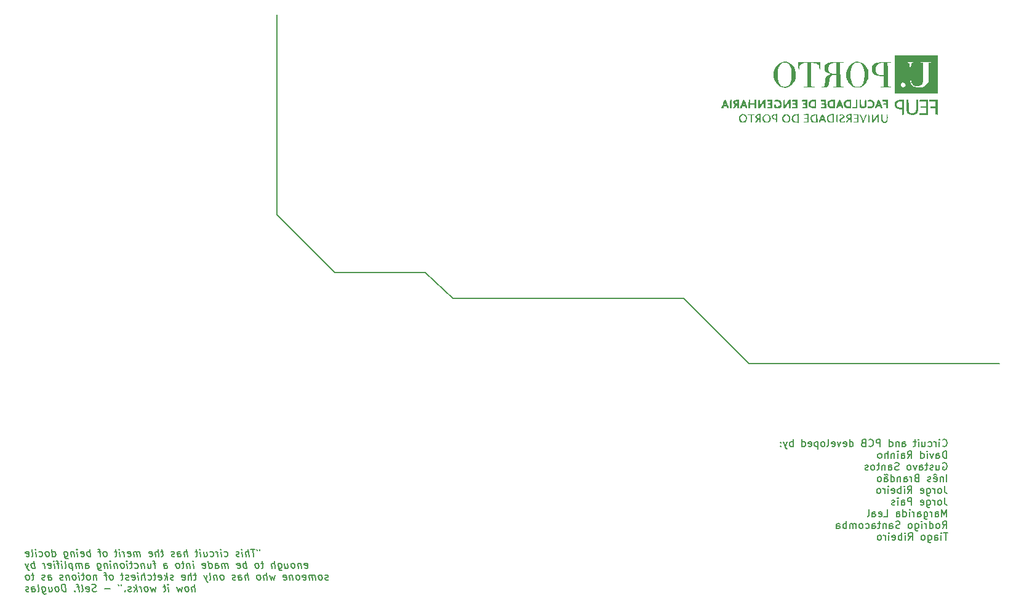
<source format=gbr>
%TF.GenerationSoftware,KiCad,Pcbnew,(6.0.5)*%
%TF.CreationDate,2022-06-29T10:50:51+01:00*%
%TF.ProjectId,PCB,5043422e-6b69-4636-9164-5f7063625858,rev?*%
%TF.SameCoordinates,Original*%
%TF.FileFunction,Legend,Bot*%
%TF.FilePolarity,Positive*%
%FSLAX46Y46*%
G04 Gerber Fmt 4.6, Leading zero omitted, Abs format (unit mm)*
G04 Created by KiCad (PCBNEW (6.0.5)) date 2022-06-29 10:50:51*
%MOMM*%
%LPD*%
G01*
G04 APERTURE LIST*
%ADD10C,0.150000*%
G04 APERTURE END LIST*
D10*
X146900000Y-95000000D02*
X150700000Y-98500000D01*
X182500000Y-98500000D02*
X191500000Y-107500000D01*
X191500000Y-107500000D02*
X225900000Y-107500000D01*
X134500000Y-95000000D02*
X146900000Y-95000000D01*
X150700000Y-98500000D02*
X182500000Y-98500000D01*
X126500000Y-59500000D02*
X126500000Y-87000000D01*
X126500000Y-87000000D02*
X134500000Y-95000000D01*
X218092976Y-118817142D02*
X218140595Y-118864761D01*
X218283452Y-118912380D01*
X218378690Y-118912380D01*
X218521547Y-118864761D01*
X218616785Y-118769523D01*
X218664404Y-118674285D01*
X218712023Y-118483809D01*
X218712023Y-118340952D01*
X218664404Y-118150476D01*
X218616785Y-118055238D01*
X218521547Y-117960000D01*
X218378690Y-117912380D01*
X218283452Y-117912380D01*
X218140595Y-117960000D01*
X218092976Y-118007619D01*
X217664404Y-118912380D02*
X217664404Y-118245714D01*
X217664404Y-117912380D02*
X217712023Y-117960000D01*
X217664404Y-118007619D01*
X217616785Y-117960000D01*
X217664404Y-117912380D01*
X217664404Y-118007619D01*
X217188214Y-118912380D02*
X217188214Y-118245714D01*
X217188214Y-118436190D02*
X217140595Y-118340952D01*
X217092976Y-118293333D01*
X216997738Y-118245714D01*
X216902500Y-118245714D01*
X216140595Y-118864761D02*
X216235833Y-118912380D01*
X216426309Y-118912380D01*
X216521547Y-118864761D01*
X216569166Y-118817142D01*
X216616785Y-118721904D01*
X216616785Y-118436190D01*
X216569166Y-118340952D01*
X216521547Y-118293333D01*
X216426309Y-118245714D01*
X216235833Y-118245714D01*
X216140595Y-118293333D01*
X215283452Y-118245714D02*
X215283452Y-118912380D01*
X215712023Y-118245714D02*
X215712023Y-118769523D01*
X215664404Y-118864761D01*
X215569166Y-118912380D01*
X215426309Y-118912380D01*
X215331071Y-118864761D01*
X215283452Y-118817142D01*
X214807261Y-118912380D02*
X214807261Y-118245714D01*
X214807261Y-117912380D02*
X214854880Y-117960000D01*
X214807261Y-118007619D01*
X214759642Y-117960000D01*
X214807261Y-117912380D01*
X214807261Y-118007619D01*
X214473928Y-118245714D02*
X214092976Y-118245714D01*
X214331071Y-117912380D02*
X214331071Y-118769523D01*
X214283452Y-118864761D01*
X214188214Y-118912380D01*
X214092976Y-118912380D01*
X212569166Y-118912380D02*
X212569166Y-118388571D01*
X212616785Y-118293333D01*
X212712023Y-118245714D01*
X212902500Y-118245714D01*
X212997738Y-118293333D01*
X212569166Y-118864761D02*
X212664404Y-118912380D01*
X212902500Y-118912380D01*
X212997738Y-118864761D01*
X213045357Y-118769523D01*
X213045357Y-118674285D01*
X212997738Y-118579047D01*
X212902500Y-118531428D01*
X212664404Y-118531428D01*
X212569166Y-118483809D01*
X212092976Y-118245714D02*
X212092976Y-118912380D01*
X212092976Y-118340952D02*
X212045357Y-118293333D01*
X211950119Y-118245714D01*
X211807261Y-118245714D01*
X211712023Y-118293333D01*
X211664404Y-118388571D01*
X211664404Y-118912380D01*
X210759642Y-118912380D02*
X210759642Y-117912380D01*
X210759642Y-118864761D02*
X210854880Y-118912380D01*
X211045357Y-118912380D01*
X211140595Y-118864761D01*
X211188214Y-118817142D01*
X211235833Y-118721904D01*
X211235833Y-118436190D01*
X211188214Y-118340952D01*
X211140595Y-118293333D01*
X211045357Y-118245714D01*
X210854880Y-118245714D01*
X210759642Y-118293333D01*
X209521547Y-118912380D02*
X209521547Y-117912380D01*
X209140595Y-117912380D01*
X209045357Y-117960000D01*
X208997738Y-118007619D01*
X208950119Y-118102857D01*
X208950119Y-118245714D01*
X208997738Y-118340952D01*
X209045357Y-118388571D01*
X209140595Y-118436190D01*
X209521547Y-118436190D01*
X207950119Y-118817142D02*
X207997738Y-118864761D01*
X208140595Y-118912380D01*
X208235833Y-118912380D01*
X208378690Y-118864761D01*
X208473928Y-118769523D01*
X208521547Y-118674285D01*
X208569166Y-118483809D01*
X208569166Y-118340952D01*
X208521547Y-118150476D01*
X208473928Y-118055238D01*
X208378690Y-117960000D01*
X208235833Y-117912380D01*
X208140595Y-117912380D01*
X207997738Y-117960000D01*
X207950119Y-118007619D01*
X207188214Y-118388571D02*
X207045357Y-118436190D01*
X206997738Y-118483809D01*
X206950119Y-118579047D01*
X206950119Y-118721904D01*
X206997738Y-118817142D01*
X207045357Y-118864761D01*
X207140595Y-118912380D01*
X207521547Y-118912380D01*
X207521547Y-117912380D01*
X207188214Y-117912380D01*
X207092976Y-117960000D01*
X207045357Y-118007619D01*
X206997738Y-118102857D01*
X206997738Y-118198095D01*
X207045357Y-118293333D01*
X207092976Y-118340952D01*
X207188214Y-118388571D01*
X207521547Y-118388571D01*
X205331071Y-118912380D02*
X205331071Y-117912380D01*
X205331071Y-118864761D02*
X205426309Y-118912380D01*
X205616785Y-118912380D01*
X205712023Y-118864761D01*
X205759642Y-118817142D01*
X205807261Y-118721904D01*
X205807261Y-118436190D01*
X205759642Y-118340952D01*
X205712023Y-118293333D01*
X205616785Y-118245714D01*
X205426309Y-118245714D01*
X205331071Y-118293333D01*
X204473928Y-118864761D02*
X204569166Y-118912380D01*
X204759642Y-118912380D01*
X204854880Y-118864761D01*
X204902500Y-118769523D01*
X204902500Y-118388571D01*
X204854880Y-118293333D01*
X204759642Y-118245714D01*
X204569166Y-118245714D01*
X204473928Y-118293333D01*
X204426309Y-118388571D01*
X204426309Y-118483809D01*
X204902500Y-118579047D01*
X204092976Y-118245714D02*
X203854880Y-118912380D01*
X203616785Y-118245714D01*
X202854880Y-118864761D02*
X202950119Y-118912380D01*
X203140595Y-118912380D01*
X203235833Y-118864761D01*
X203283452Y-118769523D01*
X203283452Y-118388571D01*
X203235833Y-118293333D01*
X203140595Y-118245714D01*
X202950119Y-118245714D01*
X202854880Y-118293333D01*
X202807261Y-118388571D01*
X202807261Y-118483809D01*
X203283452Y-118579047D01*
X202235833Y-118912380D02*
X202331071Y-118864761D01*
X202378690Y-118769523D01*
X202378690Y-117912380D01*
X201712023Y-118912380D02*
X201807261Y-118864761D01*
X201854880Y-118817142D01*
X201902500Y-118721904D01*
X201902500Y-118436190D01*
X201854880Y-118340952D01*
X201807261Y-118293333D01*
X201712023Y-118245714D01*
X201569166Y-118245714D01*
X201473928Y-118293333D01*
X201426309Y-118340952D01*
X201378690Y-118436190D01*
X201378690Y-118721904D01*
X201426309Y-118817142D01*
X201473928Y-118864761D01*
X201569166Y-118912380D01*
X201712023Y-118912380D01*
X200950119Y-118245714D02*
X200950119Y-119245714D01*
X200950119Y-118293333D02*
X200854880Y-118245714D01*
X200664404Y-118245714D01*
X200569166Y-118293333D01*
X200521547Y-118340952D01*
X200473928Y-118436190D01*
X200473928Y-118721904D01*
X200521547Y-118817142D01*
X200569166Y-118864761D01*
X200664404Y-118912380D01*
X200854880Y-118912380D01*
X200950119Y-118864761D01*
X199664404Y-118864761D02*
X199759642Y-118912380D01*
X199950119Y-118912380D01*
X200045357Y-118864761D01*
X200092976Y-118769523D01*
X200092976Y-118388571D01*
X200045357Y-118293333D01*
X199950119Y-118245714D01*
X199759642Y-118245714D01*
X199664404Y-118293333D01*
X199616785Y-118388571D01*
X199616785Y-118483809D01*
X200092976Y-118579047D01*
X198759642Y-118912380D02*
X198759642Y-117912380D01*
X198759642Y-118864761D02*
X198854880Y-118912380D01*
X199045357Y-118912380D01*
X199140595Y-118864761D01*
X199188214Y-118817142D01*
X199235833Y-118721904D01*
X199235833Y-118436190D01*
X199188214Y-118340952D01*
X199140595Y-118293333D01*
X199045357Y-118245714D01*
X198854880Y-118245714D01*
X198759642Y-118293333D01*
X197521547Y-118912380D02*
X197521547Y-117912380D01*
X197521547Y-118293333D02*
X197426309Y-118245714D01*
X197235833Y-118245714D01*
X197140595Y-118293333D01*
X197092976Y-118340952D01*
X197045357Y-118436190D01*
X197045357Y-118721904D01*
X197092976Y-118817142D01*
X197140595Y-118864761D01*
X197235833Y-118912380D01*
X197426309Y-118912380D01*
X197521547Y-118864761D01*
X196712023Y-118245714D02*
X196473928Y-118912380D01*
X196235833Y-118245714D02*
X196473928Y-118912380D01*
X196569166Y-119150476D01*
X196616785Y-119198095D01*
X196712023Y-119245714D01*
X195854880Y-118817142D02*
X195807261Y-118864761D01*
X195854880Y-118912380D01*
X195902500Y-118864761D01*
X195854880Y-118817142D01*
X195854880Y-118912380D01*
X195854880Y-118293333D02*
X195807261Y-118340952D01*
X195854880Y-118388571D01*
X195902500Y-118340952D01*
X195854880Y-118293333D01*
X195854880Y-118388571D01*
X218664404Y-120522380D02*
X218664404Y-119522380D01*
X218426309Y-119522380D01*
X218283452Y-119570000D01*
X218188214Y-119665238D01*
X218140595Y-119760476D01*
X218092976Y-119950952D01*
X218092976Y-120093809D01*
X218140595Y-120284285D01*
X218188214Y-120379523D01*
X218283452Y-120474761D01*
X218426309Y-120522380D01*
X218664404Y-120522380D01*
X217235833Y-120522380D02*
X217235833Y-119998571D01*
X217283452Y-119903333D01*
X217378690Y-119855714D01*
X217569166Y-119855714D01*
X217664404Y-119903333D01*
X217235833Y-120474761D02*
X217331071Y-120522380D01*
X217569166Y-120522380D01*
X217664404Y-120474761D01*
X217712023Y-120379523D01*
X217712023Y-120284285D01*
X217664404Y-120189047D01*
X217569166Y-120141428D01*
X217331071Y-120141428D01*
X217235833Y-120093809D01*
X216854880Y-119855714D02*
X216616785Y-120522380D01*
X216378690Y-119855714D01*
X215997738Y-120522380D02*
X215997738Y-119855714D01*
X215997738Y-119522380D02*
X216045357Y-119570000D01*
X215997738Y-119617619D01*
X215950119Y-119570000D01*
X215997738Y-119522380D01*
X215997738Y-119617619D01*
X215092976Y-120522380D02*
X215092976Y-119522380D01*
X215092976Y-120474761D02*
X215188214Y-120522380D01*
X215378690Y-120522380D01*
X215473928Y-120474761D01*
X215521547Y-120427142D01*
X215569166Y-120331904D01*
X215569166Y-120046190D01*
X215521547Y-119950952D01*
X215473928Y-119903333D01*
X215378690Y-119855714D01*
X215188214Y-119855714D01*
X215092976Y-119903333D01*
X213283452Y-120522380D02*
X213616785Y-120046190D01*
X213854880Y-120522380D02*
X213854880Y-119522380D01*
X213473928Y-119522380D01*
X213378690Y-119570000D01*
X213331071Y-119617619D01*
X213283452Y-119712857D01*
X213283452Y-119855714D01*
X213331071Y-119950952D01*
X213378690Y-119998571D01*
X213473928Y-120046190D01*
X213854880Y-120046190D01*
X212426309Y-120522380D02*
X212426309Y-119998571D01*
X212473928Y-119903333D01*
X212569166Y-119855714D01*
X212759642Y-119855714D01*
X212854880Y-119903333D01*
X212426309Y-120474761D02*
X212521547Y-120522380D01*
X212759642Y-120522380D01*
X212854880Y-120474761D01*
X212902500Y-120379523D01*
X212902500Y-120284285D01*
X212854880Y-120189047D01*
X212759642Y-120141428D01*
X212521547Y-120141428D01*
X212426309Y-120093809D01*
X211950119Y-120522380D02*
X211950119Y-119855714D01*
X211950119Y-119522380D02*
X211997738Y-119570000D01*
X211950119Y-119617619D01*
X211902500Y-119570000D01*
X211950119Y-119522380D01*
X211950119Y-119617619D01*
X211473928Y-119855714D02*
X211473928Y-120522380D01*
X211473928Y-119950952D02*
X211426309Y-119903333D01*
X211331071Y-119855714D01*
X211188214Y-119855714D01*
X211092976Y-119903333D01*
X211045357Y-119998571D01*
X211045357Y-120522380D01*
X210569166Y-120522380D02*
X210569166Y-119522380D01*
X210140595Y-120522380D02*
X210140595Y-119998571D01*
X210188214Y-119903333D01*
X210283452Y-119855714D01*
X210426309Y-119855714D01*
X210521547Y-119903333D01*
X210569166Y-119950952D01*
X209521547Y-120522380D02*
X209616785Y-120474761D01*
X209664404Y-120427142D01*
X209712023Y-120331904D01*
X209712023Y-120046190D01*
X209664404Y-119950952D01*
X209616785Y-119903333D01*
X209521547Y-119855714D01*
X209378690Y-119855714D01*
X209283452Y-119903333D01*
X209235833Y-119950952D01*
X209188214Y-120046190D01*
X209188214Y-120331904D01*
X209235833Y-120427142D01*
X209283452Y-120474761D01*
X209378690Y-120522380D01*
X209521547Y-120522380D01*
X218140595Y-121180000D02*
X218235833Y-121132380D01*
X218378690Y-121132380D01*
X218521547Y-121180000D01*
X218616785Y-121275238D01*
X218664404Y-121370476D01*
X218712023Y-121560952D01*
X218712023Y-121703809D01*
X218664404Y-121894285D01*
X218616785Y-121989523D01*
X218521547Y-122084761D01*
X218378690Y-122132380D01*
X218283452Y-122132380D01*
X218140595Y-122084761D01*
X218092976Y-122037142D01*
X218092976Y-121703809D01*
X218283452Y-121703809D01*
X217235833Y-121465714D02*
X217235833Y-122132380D01*
X217664404Y-121465714D02*
X217664404Y-121989523D01*
X217616785Y-122084761D01*
X217521547Y-122132380D01*
X217378690Y-122132380D01*
X217283452Y-122084761D01*
X217235833Y-122037142D01*
X216807261Y-122084761D02*
X216712023Y-122132380D01*
X216521547Y-122132380D01*
X216426309Y-122084761D01*
X216378690Y-121989523D01*
X216378690Y-121941904D01*
X216426309Y-121846666D01*
X216521547Y-121799047D01*
X216664404Y-121799047D01*
X216759642Y-121751428D01*
X216807261Y-121656190D01*
X216807261Y-121608571D01*
X216759642Y-121513333D01*
X216664404Y-121465714D01*
X216521547Y-121465714D01*
X216426309Y-121513333D01*
X216092976Y-121465714D02*
X215712023Y-121465714D01*
X215950119Y-121132380D02*
X215950119Y-121989523D01*
X215902500Y-122084761D01*
X215807261Y-122132380D01*
X215712023Y-122132380D01*
X214950119Y-122132380D02*
X214950119Y-121608571D01*
X214997738Y-121513333D01*
X215092976Y-121465714D01*
X215283452Y-121465714D01*
X215378690Y-121513333D01*
X214950119Y-122084761D02*
X215045357Y-122132380D01*
X215283452Y-122132380D01*
X215378690Y-122084761D01*
X215426309Y-121989523D01*
X215426309Y-121894285D01*
X215378690Y-121799047D01*
X215283452Y-121751428D01*
X215045357Y-121751428D01*
X214950119Y-121703809D01*
X214569166Y-121465714D02*
X214331071Y-122132380D01*
X214092976Y-121465714D01*
X213569166Y-122132380D02*
X213664404Y-122084761D01*
X213712023Y-122037142D01*
X213759642Y-121941904D01*
X213759642Y-121656190D01*
X213712023Y-121560952D01*
X213664404Y-121513333D01*
X213569166Y-121465714D01*
X213426309Y-121465714D01*
X213331071Y-121513333D01*
X213283452Y-121560952D01*
X213235833Y-121656190D01*
X213235833Y-121941904D01*
X213283452Y-122037142D01*
X213331071Y-122084761D01*
X213426309Y-122132380D01*
X213569166Y-122132380D01*
X212092976Y-122084761D02*
X211950119Y-122132380D01*
X211712023Y-122132380D01*
X211616785Y-122084761D01*
X211569166Y-122037142D01*
X211521547Y-121941904D01*
X211521547Y-121846666D01*
X211569166Y-121751428D01*
X211616785Y-121703809D01*
X211712023Y-121656190D01*
X211902500Y-121608571D01*
X211997738Y-121560952D01*
X212045357Y-121513333D01*
X212092976Y-121418095D01*
X212092976Y-121322857D01*
X212045357Y-121227619D01*
X211997738Y-121180000D01*
X211902500Y-121132380D01*
X211664404Y-121132380D01*
X211521547Y-121180000D01*
X210664404Y-122132380D02*
X210664404Y-121608571D01*
X210712023Y-121513333D01*
X210807261Y-121465714D01*
X210997738Y-121465714D01*
X211092976Y-121513333D01*
X210664404Y-122084761D02*
X210759642Y-122132380D01*
X210997738Y-122132380D01*
X211092976Y-122084761D01*
X211140595Y-121989523D01*
X211140595Y-121894285D01*
X211092976Y-121799047D01*
X210997738Y-121751428D01*
X210759642Y-121751428D01*
X210664404Y-121703809D01*
X210188214Y-121465714D02*
X210188214Y-122132380D01*
X210188214Y-121560952D02*
X210140595Y-121513333D01*
X210045357Y-121465714D01*
X209902500Y-121465714D01*
X209807261Y-121513333D01*
X209759642Y-121608571D01*
X209759642Y-122132380D01*
X209426309Y-121465714D02*
X209045357Y-121465714D01*
X209283452Y-121132380D02*
X209283452Y-121989523D01*
X209235833Y-122084761D01*
X209140595Y-122132380D01*
X209045357Y-122132380D01*
X208569166Y-122132380D02*
X208664404Y-122084761D01*
X208712023Y-122037142D01*
X208759642Y-121941904D01*
X208759642Y-121656190D01*
X208712023Y-121560952D01*
X208664404Y-121513333D01*
X208569166Y-121465714D01*
X208426309Y-121465714D01*
X208331071Y-121513333D01*
X208283452Y-121560952D01*
X208235833Y-121656190D01*
X208235833Y-121941904D01*
X208283452Y-122037142D01*
X208331071Y-122084761D01*
X208426309Y-122132380D01*
X208569166Y-122132380D01*
X207854880Y-122084761D02*
X207759642Y-122132380D01*
X207569166Y-122132380D01*
X207473928Y-122084761D01*
X207426309Y-121989523D01*
X207426309Y-121941904D01*
X207473928Y-121846666D01*
X207569166Y-121799047D01*
X207712023Y-121799047D01*
X207807261Y-121751428D01*
X207854880Y-121656190D01*
X207854880Y-121608571D01*
X207807261Y-121513333D01*
X207712023Y-121465714D01*
X207569166Y-121465714D01*
X207473928Y-121513333D01*
X218664404Y-123742380D02*
X218664404Y-122742380D01*
X218188214Y-123075714D02*
X218188214Y-123742380D01*
X218188214Y-123170952D02*
X218140595Y-123123333D01*
X218045357Y-123075714D01*
X217902500Y-123075714D01*
X217807261Y-123123333D01*
X217759642Y-123218571D01*
X217759642Y-123742380D01*
X216902500Y-123694761D02*
X216997738Y-123742380D01*
X217188214Y-123742380D01*
X217283452Y-123694761D01*
X217331071Y-123599523D01*
X217331071Y-123218571D01*
X217283452Y-123123333D01*
X217188214Y-123075714D01*
X216997738Y-123075714D01*
X216902500Y-123123333D01*
X216854880Y-123218571D01*
X216854880Y-123313809D01*
X217331071Y-123409047D01*
X217283452Y-122837619D02*
X217092976Y-122694761D01*
X216902500Y-122837619D01*
X216473928Y-123694761D02*
X216378690Y-123742380D01*
X216188214Y-123742380D01*
X216092976Y-123694761D01*
X216045357Y-123599523D01*
X216045357Y-123551904D01*
X216092976Y-123456666D01*
X216188214Y-123409047D01*
X216331071Y-123409047D01*
X216426309Y-123361428D01*
X216473928Y-123266190D01*
X216473928Y-123218571D01*
X216426309Y-123123333D01*
X216331071Y-123075714D01*
X216188214Y-123075714D01*
X216092976Y-123123333D01*
X214521547Y-123218571D02*
X214378690Y-123266190D01*
X214331071Y-123313809D01*
X214283452Y-123409047D01*
X214283452Y-123551904D01*
X214331071Y-123647142D01*
X214378690Y-123694761D01*
X214473928Y-123742380D01*
X214854880Y-123742380D01*
X214854880Y-122742380D01*
X214521547Y-122742380D01*
X214426309Y-122790000D01*
X214378690Y-122837619D01*
X214331071Y-122932857D01*
X214331071Y-123028095D01*
X214378690Y-123123333D01*
X214426309Y-123170952D01*
X214521547Y-123218571D01*
X214854880Y-123218571D01*
X213854880Y-123742380D02*
X213854880Y-123075714D01*
X213854880Y-123266190D02*
X213807261Y-123170952D01*
X213759642Y-123123333D01*
X213664404Y-123075714D01*
X213569166Y-123075714D01*
X212807261Y-123742380D02*
X212807261Y-123218571D01*
X212854880Y-123123333D01*
X212950119Y-123075714D01*
X213140595Y-123075714D01*
X213235833Y-123123333D01*
X212807261Y-123694761D02*
X212902500Y-123742380D01*
X213140595Y-123742380D01*
X213235833Y-123694761D01*
X213283452Y-123599523D01*
X213283452Y-123504285D01*
X213235833Y-123409047D01*
X213140595Y-123361428D01*
X212902500Y-123361428D01*
X212807261Y-123313809D01*
X212331071Y-123075714D02*
X212331071Y-123742380D01*
X212331071Y-123170952D02*
X212283452Y-123123333D01*
X212188214Y-123075714D01*
X212045357Y-123075714D01*
X211950119Y-123123333D01*
X211902500Y-123218571D01*
X211902500Y-123742380D01*
X210997738Y-123742380D02*
X210997738Y-122742380D01*
X210997738Y-123694761D02*
X211092976Y-123742380D01*
X211283452Y-123742380D01*
X211378690Y-123694761D01*
X211426309Y-123647142D01*
X211473928Y-123551904D01*
X211473928Y-123266190D01*
X211426309Y-123170952D01*
X211378690Y-123123333D01*
X211283452Y-123075714D01*
X211092976Y-123075714D01*
X210997738Y-123123333D01*
X210092976Y-123742380D02*
X210092976Y-123218571D01*
X210140595Y-123123333D01*
X210235833Y-123075714D01*
X210426309Y-123075714D01*
X210521547Y-123123333D01*
X210092976Y-123694761D02*
X210188214Y-123742380D01*
X210426309Y-123742380D01*
X210521547Y-123694761D01*
X210569166Y-123599523D01*
X210569166Y-123504285D01*
X210521547Y-123409047D01*
X210426309Y-123361428D01*
X210188214Y-123361428D01*
X210092976Y-123313809D01*
X210569166Y-122837619D02*
X210521547Y-122790000D01*
X210426309Y-122742380D01*
X210235833Y-122837619D01*
X210140595Y-122790000D01*
X210092976Y-122742380D01*
X209473928Y-123742380D02*
X209569166Y-123694761D01*
X209616785Y-123647142D01*
X209664404Y-123551904D01*
X209664404Y-123266190D01*
X209616785Y-123170952D01*
X209569166Y-123123333D01*
X209473928Y-123075714D01*
X209331071Y-123075714D01*
X209235833Y-123123333D01*
X209188214Y-123170952D01*
X209140595Y-123266190D01*
X209140595Y-123551904D01*
X209188214Y-123647142D01*
X209235833Y-123694761D01*
X209331071Y-123742380D01*
X209473928Y-123742380D01*
X218378690Y-124352380D02*
X218378690Y-125066666D01*
X218426309Y-125209523D01*
X218521547Y-125304761D01*
X218664404Y-125352380D01*
X218759642Y-125352380D01*
X217759642Y-125352380D02*
X217854880Y-125304761D01*
X217902500Y-125257142D01*
X217950119Y-125161904D01*
X217950119Y-124876190D01*
X217902500Y-124780952D01*
X217854880Y-124733333D01*
X217759642Y-124685714D01*
X217616785Y-124685714D01*
X217521547Y-124733333D01*
X217473928Y-124780952D01*
X217426309Y-124876190D01*
X217426309Y-125161904D01*
X217473928Y-125257142D01*
X217521547Y-125304761D01*
X217616785Y-125352380D01*
X217759642Y-125352380D01*
X216997738Y-125352380D02*
X216997738Y-124685714D01*
X216997738Y-124876190D02*
X216950119Y-124780952D01*
X216902500Y-124733333D01*
X216807261Y-124685714D01*
X216712023Y-124685714D01*
X215950119Y-124685714D02*
X215950119Y-125495238D01*
X215997738Y-125590476D01*
X216045357Y-125638095D01*
X216140595Y-125685714D01*
X216283452Y-125685714D01*
X216378690Y-125638095D01*
X215950119Y-125304761D02*
X216045357Y-125352380D01*
X216235833Y-125352380D01*
X216331071Y-125304761D01*
X216378690Y-125257142D01*
X216426309Y-125161904D01*
X216426309Y-124876190D01*
X216378690Y-124780952D01*
X216331071Y-124733333D01*
X216235833Y-124685714D01*
X216045357Y-124685714D01*
X215950119Y-124733333D01*
X215092976Y-125304761D02*
X215188214Y-125352380D01*
X215378690Y-125352380D01*
X215473928Y-125304761D01*
X215521547Y-125209523D01*
X215521547Y-124828571D01*
X215473928Y-124733333D01*
X215378690Y-124685714D01*
X215188214Y-124685714D01*
X215092976Y-124733333D01*
X215045357Y-124828571D01*
X215045357Y-124923809D01*
X215521547Y-125019047D01*
X213283452Y-125352380D02*
X213616785Y-124876190D01*
X213854880Y-125352380D02*
X213854880Y-124352380D01*
X213473928Y-124352380D01*
X213378690Y-124400000D01*
X213331071Y-124447619D01*
X213283452Y-124542857D01*
X213283452Y-124685714D01*
X213331071Y-124780952D01*
X213378690Y-124828571D01*
X213473928Y-124876190D01*
X213854880Y-124876190D01*
X212854880Y-125352380D02*
X212854880Y-124685714D01*
X212854880Y-124352380D02*
X212902500Y-124400000D01*
X212854880Y-124447619D01*
X212807261Y-124400000D01*
X212854880Y-124352380D01*
X212854880Y-124447619D01*
X212378690Y-125352380D02*
X212378690Y-124352380D01*
X212378690Y-124733333D02*
X212283452Y-124685714D01*
X212092976Y-124685714D01*
X211997738Y-124733333D01*
X211950119Y-124780952D01*
X211902500Y-124876190D01*
X211902500Y-125161904D01*
X211950119Y-125257142D01*
X211997738Y-125304761D01*
X212092976Y-125352380D01*
X212283452Y-125352380D01*
X212378690Y-125304761D01*
X211092976Y-125304761D02*
X211188214Y-125352380D01*
X211378690Y-125352380D01*
X211473928Y-125304761D01*
X211521547Y-125209523D01*
X211521547Y-124828571D01*
X211473928Y-124733333D01*
X211378690Y-124685714D01*
X211188214Y-124685714D01*
X211092976Y-124733333D01*
X211045357Y-124828571D01*
X211045357Y-124923809D01*
X211521547Y-125019047D01*
X210616785Y-125352380D02*
X210616785Y-124685714D01*
X210616785Y-124352380D02*
X210664404Y-124400000D01*
X210616785Y-124447619D01*
X210569166Y-124400000D01*
X210616785Y-124352380D01*
X210616785Y-124447619D01*
X210140595Y-125352380D02*
X210140595Y-124685714D01*
X210140595Y-124876190D02*
X210092976Y-124780952D01*
X210045357Y-124733333D01*
X209950119Y-124685714D01*
X209854880Y-124685714D01*
X209378690Y-125352380D02*
X209473928Y-125304761D01*
X209521547Y-125257142D01*
X209569166Y-125161904D01*
X209569166Y-124876190D01*
X209521547Y-124780952D01*
X209473928Y-124733333D01*
X209378690Y-124685714D01*
X209235833Y-124685714D01*
X209140595Y-124733333D01*
X209092976Y-124780952D01*
X209045357Y-124876190D01*
X209045357Y-125161904D01*
X209092976Y-125257142D01*
X209140595Y-125304761D01*
X209235833Y-125352380D01*
X209378690Y-125352380D01*
X218378690Y-125962380D02*
X218378690Y-126676666D01*
X218426309Y-126819523D01*
X218521547Y-126914761D01*
X218664404Y-126962380D01*
X218759642Y-126962380D01*
X217759642Y-126962380D02*
X217854880Y-126914761D01*
X217902500Y-126867142D01*
X217950119Y-126771904D01*
X217950119Y-126486190D01*
X217902500Y-126390952D01*
X217854880Y-126343333D01*
X217759642Y-126295714D01*
X217616785Y-126295714D01*
X217521547Y-126343333D01*
X217473928Y-126390952D01*
X217426309Y-126486190D01*
X217426309Y-126771904D01*
X217473928Y-126867142D01*
X217521547Y-126914761D01*
X217616785Y-126962380D01*
X217759642Y-126962380D01*
X216997738Y-126962380D02*
X216997738Y-126295714D01*
X216997738Y-126486190D02*
X216950119Y-126390952D01*
X216902500Y-126343333D01*
X216807261Y-126295714D01*
X216712023Y-126295714D01*
X215950119Y-126295714D02*
X215950119Y-127105238D01*
X215997738Y-127200476D01*
X216045357Y-127248095D01*
X216140595Y-127295714D01*
X216283452Y-127295714D01*
X216378690Y-127248095D01*
X215950119Y-126914761D02*
X216045357Y-126962380D01*
X216235833Y-126962380D01*
X216331071Y-126914761D01*
X216378690Y-126867142D01*
X216426309Y-126771904D01*
X216426309Y-126486190D01*
X216378690Y-126390952D01*
X216331071Y-126343333D01*
X216235833Y-126295714D01*
X216045357Y-126295714D01*
X215950119Y-126343333D01*
X215092976Y-126914761D02*
X215188214Y-126962380D01*
X215378690Y-126962380D01*
X215473928Y-126914761D01*
X215521547Y-126819523D01*
X215521547Y-126438571D01*
X215473928Y-126343333D01*
X215378690Y-126295714D01*
X215188214Y-126295714D01*
X215092976Y-126343333D01*
X215045357Y-126438571D01*
X215045357Y-126533809D01*
X215521547Y-126629047D01*
X213854880Y-126962380D02*
X213854880Y-125962380D01*
X213473928Y-125962380D01*
X213378690Y-126010000D01*
X213331071Y-126057619D01*
X213283452Y-126152857D01*
X213283452Y-126295714D01*
X213331071Y-126390952D01*
X213378690Y-126438571D01*
X213473928Y-126486190D01*
X213854880Y-126486190D01*
X212426309Y-126962380D02*
X212426309Y-126438571D01*
X212473928Y-126343333D01*
X212569166Y-126295714D01*
X212759642Y-126295714D01*
X212854880Y-126343333D01*
X212426309Y-126914761D02*
X212521547Y-126962380D01*
X212759642Y-126962380D01*
X212854880Y-126914761D01*
X212902500Y-126819523D01*
X212902500Y-126724285D01*
X212854880Y-126629047D01*
X212759642Y-126581428D01*
X212521547Y-126581428D01*
X212426309Y-126533809D01*
X211950119Y-126962380D02*
X211950119Y-126295714D01*
X211950119Y-125962380D02*
X211997738Y-126010000D01*
X211950119Y-126057619D01*
X211902500Y-126010000D01*
X211950119Y-125962380D01*
X211950119Y-126057619D01*
X211521547Y-126914761D02*
X211426309Y-126962380D01*
X211235833Y-126962380D01*
X211140595Y-126914761D01*
X211092976Y-126819523D01*
X211092976Y-126771904D01*
X211140595Y-126676666D01*
X211235833Y-126629047D01*
X211378690Y-126629047D01*
X211473928Y-126581428D01*
X211521547Y-126486190D01*
X211521547Y-126438571D01*
X211473928Y-126343333D01*
X211378690Y-126295714D01*
X211235833Y-126295714D01*
X211140595Y-126343333D01*
X218664404Y-128572380D02*
X218664404Y-127572380D01*
X218331071Y-128286666D01*
X217997738Y-127572380D01*
X217997738Y-128572380D01*
X217092976Y-128572380D02*
X217092976Y-128048571D01*
X217140595Y-127953333D01*
X217235833Y-127905714D01*
X217426309Y-127905714D01*
X217521547Y-127953333D01*
X217092976Y-128524761D02*
X217188214Y-128572380D01*
X217426309Y-128572380D01*
X217521547Y-128524761D01*
X217569166Y-128429523D01*
X217569166Y-128334285D01*
X217521547Y-128239047D01*
X217426309Y-128191428D01*
X217188214Y-128191428D01*
X217092976Y-128143809D01*
X216616785Y-128572380D02*
X216616785Y-127905714D01*
X216616785Y-128096190D02*
X216569166Y-128000952D01*
X216521547Y-127953333D01*
X216426309Y-127905714D01*
X216331071Y-127905714D01*
X215569166Y-127905714D02*
X215569166Y-128715238D01*
X215616785Y-128810476D01*
X215664404Y-128858095D01*
X215759642Y-128905714D01*
X215902500Y-128905714D01*
X215997738Y-128858095D01*
X215569166Y-128524761D02*
X215664404Y-128572380D01*
X215854880Y-128572380D01*
X215950119Y-128524761D01*
X215997738Y-128477142D01*
X216045357Y-128381904D01*
X216045357Y-128096190D01*
X215997738Y-128000952D01*
X215950119Y-127953333D01*
X215854880Y-127905714D01*
X215664404Y-127905714D01*
X215569166Y-127953333D01*
X214664404Y-128572380D02*
X214664404Y-128048571D01*
X214712023Y-127953333D01*
X214807261Y-127905714D01*
X214997738Y-127905714D01*
X215092976Y-127953333D01*
X214664404Y-128524761D02*
X214759642Y-128572380D01*
X214997738Y-128572380D01*
X215092976Y-128524761D01*
X215140595Y-128429523D01*
X215140595Y-128334285D01*
X215092976Y-128239047D01*
X214997738Y-128191428D01*
X214759642Y-128191428D01*
X214664404Y-128143809D01*
X214188214Y-128572380D02*
X214188214Y-127905714D01*
X214188214Y-128096190D02*
X214140595Y-128000952D01*
X214092976Y-127953333D01*
X213997738Y-127905714D01*
X213902500Y-127905714D01*
X213569166Y-128572380D02*
X213569166Y-127905714D01*
X213569166Y-127572380D02*
X213616785Y-127620000D01*
X213569166Y-127667619D01*
X213521547Y-127620000D01*
X213569166Y-127572380D01*
X213569166Y-127667619D01*
X212664404Y-128572380D02*
X212664404Y-127572380D01*
X212664404Y-128524761D02*
X212759642Y-128572380D01*
X212950119Y-128572380D01*
X213045357Y-128524761D01*
X213092976Y-128477142D01*
X213140595Y-128381904D01*
X213140595Y-128096190D01*
X213092976Y-128000952D01*
X213045357Y-127953333D01*
X212950119Y-127905714D01*
X212759642Y-127905714D01*
X212664404Y-127953333D01*
X211759642Y-128572380D02*
X211759642Y-128048571D01*
X211807261Y-127953333D01*
X211902500Y-127905714D01*
X212092976Y-127905714D01*
X212188214Y-127953333D01*
X211759642Y-128524761D02*
X211854880Y-128572380D01*
X212092976Y-128572380D01*
X212188214Y-128524761D01*
X212235833Y-128429523D01*
X212235833Y-128334285D01*
X212188214Y-128239047D01*
X212092976Y-128191428D01*
X211854880Y-128191428D01*
X211759642Y-128143809D01*
X210045357Y-128572380D02*
X210521547Y-128572380D01*
X210521547Y-127572380D01*
X209331071Y-128524761D02*
X209426309Y-128572380D01*
X209616785Y-128572380D01*
X209712023Y-128524761D01*
X209759642Y-128429523D01*
X209759642Y-128048571D01*
X209712023Y-127953333D01*
X209616785Y-127905714D01*
X209426309Y-127905714D01*
X209331071Y-127953333D01*
X209283452Y-128048571D01*
X209283452Y-128143809D01*
X209759642Y-128239047D01*
X208426309Y-128572380D02*
X208426309Y-128048571D01*
X208473928Y-127953333D01*
X208569166Y-127905714D01*
X208759642Y-127905714D01*
X208854880Y-127953333D01*
X208426309Y-128524761D02*
X208521547Y-128572380D01*
X208759642Y-128572380D01*
X208854880Y-128524761D01*
X208902500Y-128429523D01*
X208902500Y-128334285D01*
X208854880Y-128239047D01*
X208759642Y-128191428D01*
X208521547Y-128191428D01*
X208426309Y-128143809D01*
X207807261Y-128572380D02*
X207902500Y-128524761D01*
X207950119Y-128429523D01*
X207950119Y-127572380D01*
X218092976Y-130182380D02*
X218426309Y-129706190D01*
X218664404Y-130182380D02*
X218664404Y-129182380D01*
X218283452Y-129182380D01*
X218188214Y-129230000D01*
X218140595Y-129277619D01*
X218092976Y-129372857D01*
X218092976Y-129515714D01*
X218140595Y-129610952D01*
X218188214Y-129658571D01*
X218283452Y-129706190D01*
X218664404Y-129706190D01*
X217521547Y-130182380D02*
X217616785Y-130134761D01*
X217664404Y-130087142D01*
X217712023Y-129991904D01*
X217712023Y-129706190D01*
X217664404Y-129610952D01*
X217616785Y-129563333D01*
X217521547Y-129515714D01*
X217378690Y-129515714D01*
X217283452Y-129563333D01*
X217235833Y-129610952D01*
X217188214Y-129706190D01*
X217188214Y-129991904D01*
X217235833Y-130087142D01*
X217283452Y-130134761D01*
X217378690Y-130182380D01*
X217521547Y-130182380D01*
X216331071Y-130182380D02*
X216331071Y-129182380D01*
X216331071Y-130134761D02*
X216426309Y-130182380D01*
X216616785Y-130182380D01*
X216712023Y-130134761D01*
X216759642Y-130087142D01*
X216807261Y-129991904D01*
X216807261Y-129706190D01*
X216759642Y-129610952D01*
X216712023Y-129563333D01*
X216616785Y-129515714D01*
X216426309Y-129515714D01*
X216331071Y-129563333D01*
X215854880Y-130182380D02*
X215854880Y-129515714D01*
X215854880Y-129706190D02*
X215807261Y-129610952D01*
X215759642Y-129563333D01*
X215664404Y-129515714D01*
X215569166Y-129515714D01*
X215235833Y-130182380D02*
X215235833Y-129515714D01*
X215235833Y-129182380D02*
X215283452Y-129230000D01*
X215235833Y-129277619D01*
X215188214Y-129230000D01*
X215235833Y-129182380D01*
X215235833Y-129277619D01*
X214331071Y-129515714D02*
X214331071Y-130325238D01*
X214378690Y-130420476D01*
X214426309Y-130468095D01*
X214521547Y-130515714D01*
X214664404Y-130515714D01*
X214759642Y-130468095D01*
X214331071Y-130134761D02*
X214426309Y-130182380D01*
X214616785Y-130182380D01*
X214712023Y-130134761D01*
X214759642Y-130087142D01*
X214807261Y-129991904D01*
X214807261Y-129706190D01*
X214759642Y-129610952D01*
X214712023Y-129563333D01*
X214616785Y-129515714D01*
X214426309Y-129515714D01*
X214331071Y-129563333D01*
X213712023Y-130182380D02*
X213807261Y-130134761D01*
X213854880Y-130087142D01*
X213902500Y-129991904D01*
X213902500Y-129706190D01*
X213854880Y-129610952D01*
X213807261Y-129563333D01*
X213712023Y-129515714D01*
X213569166Y-129515714D01*
X213473928Y-129563333D01*
X213426309Y-129610952D01*
X213378690Y-129706190D01*
X213378690Y-129991904D01*
X213426309Y-130087142D01*
X213473928Y-130134761D01*
X213569166Y-130182380D01*
X213712023Y-130182380D01*
X212235833Y-130134761D02*
X212092976Y-130182380D01*
X211854880Y-130182380D01*
X211759642Y-130134761D01*
X211712023Y-130087142D01*
X211664404Y-129991904D01*
X211664404Y-129896666D01*
X211712023Y-129801428D01*
X211759642Y-129753809D01*
X211854880Y-129706190D01*
X212045357Y-129658571D01*
X212140595Y-129610952D01*
X212188214Y-129563333D01*
X212235833Y-129468095D01*
X212235833Y-129372857D01*
X212188214Y-129277619D01*
X212140595Y-129230000D01*
X212045357Y-129182380D01*
X211807261Y-129182380D01*
X211664404Y-129230000D01*
X210807261Y-130182380D02*
X210807261Y-129658571D01*
X210854880Y-129563333D01*
X210950119Y-129515714D01*
X211140595Y-129515714D01*
X211235833Y-129563333D01*
X210807261Y-130134761D02*
X210902500Y-130182380D01*
X211140595Y-130182380D01*
X211235833Y-130134761D01*
X211283452Y-130039523D01*
X211283452Y-129944285D01*
X211235833Y-129849047D01*
X211140595Y-129801428D01*
X210902500Y-129801428D01*
X210807261Y-129753809D01*
X210331071Y-129515714D02*
X210331071Y-130182380D01*
X210331071Y-129610952D02*
X210283452Y-129563333D01*
X210188214Y-129515714D01*
X210045357Y-129515714D01*
X209950119Y-129563333D01*
X209902500Y-129658571D01*
X209902500Y-130182380D01*
X209569166Y-129515714D02*
X209188214Y-129515714D01*
X209426309Y-129182380D02*
X209426309Y-130039523D01*
X209378690Y-130134761D01*
X209283452Y-130182380D01*
X209188214Y-130182380D01*
X208426309Y-130182380D02*
X208426309Y-129658571D01*
X208473928Y-129563333D01*
X208569166Y-129515714D01*
X208759642Y-129515714D01*
X208854880Y-129563333D01*
X208426309Y-130134761D02*
X208521547Y-130182380D01*
X208759642Y-130182380D01*
X208854880Y-130134761D01*
X208902500Y-130039523D01*
X208902500Y-129944285D01*
X208854880Y-129849047D01*
X208759642Y-129801428D01*
X208521547Y-129801428D01*
X208426309Y-129753809D01*
X207521547Y-130134761D02*
X207616785Y-130182380D01*
X207807261Y-130182380D01*
X207902500Y-130134761D01*
X207950119Y-130087142D01*
X207997738Y-129991904D01*
X207997738Y-129706190D01*
X207950119Y-129610952D01*
X207902500Y-129563333D01*
X207807261Y-129515714D01*
X207616785Y-129515714D01*
X207521547Y-129563333D01*
X206950119Y-130182380D02*
X207045357Y-130134761D01*
X207092976Y-130087142D01*
X207140595Y-129991904D01*
X207140595Y-129706190D01*
X207092976Y-129610952D01*
X207045357Y-129563333D01*
X206950119Y-129515714D01*
X206807261Y-129515714D01*
X206712023Y-129563333D01*
X206664404Y-129610952D01*
X206616785Y-129706190D01*
X206616785Y-129991904D01*
X206664404Y-130087142D01*
X206712023Y-130134761D01*
X206807261Y-130182380D01*
X206950119Y-130182380D01*
X206188214Y-130182380D02*
X206188214Y-129515714D01*
X206188214Y-129610952D02*
X206140595Y-129563333D01*
X206045357Y-129515714D01*
X205902500Y-129515714D01*
X205807261Y-129563333D01*
X205759642Y-129658571D01*
X205759642Y-130182380D01*
X205759642Y-129658571D02*
X205712023Y-129563333D01*
X205616785Y-129515714D01*
X205473928Y-129515714D01*
X205378690Y-129563333D01*
X205331071Y-129658571D01*
X205331071Y-130182380D01*
X204854880Y-130182380D02*
X204854880Y-129182380D01*
X204854880Y-129563333D02*
X204759642Y-129515714D01*
X204569166Y-129515714D01*
X204473928Y-129563333D01*
X204426309Y-129610952D01*
X204378690Y-129706190D01*
X204378690Y-129991904D01*
X204426309Y-130087142D01*
X204473928Y-130134761D01*
X204569166Y-130182380D01*
X204759642Y-130182380D01*
X204854880Y-130134761D01*
X203521547Y-130182380D02*
X203521547Y-129658571D01*
X203569166Y-129563333D01*
X203664404Y-129515714D01*
X203854880Y-129515714D01*
X203950119Y-129563333D01*
X203521547Y-130134761D02*
X203616785Y-130182380D01*
X203854880Y-130182380D01*
X203950119Y-130134761D01*
X203997738Y-130039523D01*
X203997738Y-129944285D01*
X203950119Y-129849047D01*
X203854880Y-129801428D01*
X203616785Y-129801428D01*
X203521547Y-129753809D01*
X218807261Y-130792380D02*
X218235833Y-130792380D01*
X218521547Y-131792380D02*
X218521547Y-130792380D01*
X217902500Y-131792380D02*
X217902500Y-131125714D01*
X217902500Y-130792380D02*
X217950119Y-130840000D01*
X217902500Y-130887619D01*
X217854880Y-130840000D01*
X217902500Y-130792380D01*
X217902500Y-130887619D01*
X216997738Y-131792380D02*
X216997738Y-131268571D01*
X217045357Y-131173333D01*
X217140595Y-131125714D01*
X217331071Y-131125714D01*
X217426309Y-131173333D01*
X216997738Y-131744761D02*
X217092976Y-131792380D01*
X217331071Y-131792380D01*
X217426309Y-131744761D01*
X217473928Y-131649523D01*
X217473928Y-131554285D01*
X217426309Y-131459047D01*
X217331071Y-131411428D01*
X217092976Y-131411428D01*
X216997738Y-131363809D01*
X216092976Y-131125714D02*
X216092976Y-131935238D01*
X216140595Y-132030476D01*
X216188214Y-132078095D01*
X216283452Y-132125714D01*
X216426309Y-132125714D01*
X216521547Y-132078095D01*
X216092976Y-131744761D02*
X216188214Y-131792380D01*
X216378690Y-131792380D01*
X216473928Y-131744761D01*
X216521547Y-131697142D01*
X216569166Y-131601904D01*
X216569166Y-131316190D01*
X216521547Y-131220952D01*
X216473928Y-131173333D01*
X216378690Y-131125714D01*
X216188214Y-131125714D01*
X216092976Y-131173333D01*
X215473928Y-131792380D02*
X215569166Y-131744761D01*
X215616785Y-131697142D01*
X215664404Y-131601904D01*
X215664404Y-131316190D01*
X215616785Y-131220952D01*
X215569166Y-131173333D01*
X215473928Y-131125714D01*
X215331071Y-131125714D01*
X215235833Y-131173333D01*
X215188214Y-131220952D01*
X215140595Y-131316190D01*
X215140595Y-131601904D01*
X215188214Y-131697142D01*
X215235833Y-131744761D01*
X215331071Y-131792380D01*
X215473928Y-131792380D01*
X213378690Y-131792380D02*
X213712023Y-131316190D01*
X213950119Y-131792380D02*
X213950119Y-130792380D01*
X213569166Y-130792380D01*
X213473928Y-130840000D01*
X213426309Y-130887619D01*
X213378690Y-130982857D01*
X213378690Y-131125714D01*
X213426309Y-131220952D01*
X213473928Y-131268571D01*
X213569166Y-131316190D01*
X213950119Y-131316190D01*
X212950119Y-131792380D02*
X212950119Y-131125714D01*
X212950119Y-130792380D02*
X212997738Y-130840000D01*
X212950119Y-130887619D01*
X212902500Y-130840000D01*
X212950119Y-130792380D01*
X212950119Y-130887619D01*
X212473928Y-131792380D02*
X212473928Y-130792380D01*
X212473928Y-131173333D02*
X212378690Y-131125714D01*
X212188214Y-131125714D01*
X212092976Y-131173333D01*
X212045357Y-131220952D01*
X211997738Y-131316190D01*
X211997738Y-131601904D01*
X212045357Y-131697142D01*
X212092976Y-131744761D01*
X212188214Y-131792380D01*
X212378690Y-131792380D01*
X212473928Y-131744761D01*
X211188214Y-131744761D02*
X211283452Y-131792380D01*
X211473928Y-131792380D01*
X211569166Y-131744761D01*
X211616785Y-131649523D01*
X211616785Y-131268571D01*
X211569166Y-131173333D01*
X211473928Y-131125714D01*
X211283452Y-131125714D01*
X211188214Y-131173333D01*
X211140595Y-131268571D01*
X211140595Y-131363809D01*
X211616785Y-131459047D01*
X210712023Y-131792380D02*
X210712023Y-131125714D01*
X210712023Y-130792380D02*
X210759642Y-130840000D01*
X210712023Y-130887619D01*
X210664404Y-130840000D01*
X210712023Y-130792380D01*
X210712023Y-130887619D01*
X210235833Y-131792380D02*
X210235833Y-131125714D01*
X210235833Y-131316190D02*
X210188214Y-131220952D01*
X210140595Y-131173333D01*
X210045357Y-131125714D01*
X209950119Y-131125714D01*
X209473928Y-131792380D02*
X209569166Y-131744761D01*
X209616785Y-131697142D01*
X209664404Y-131601904D01*
X209664404Y-131316190D01*
X209616785Y-131220952D01*
X209569166Y-131173333D01*
X209473928Y-131125714D01*
X209331071Y-131125714D01*
X209235833Y-131173333D01*
X209188214Y-131220952D01*
X209140595Y-131316190D01*
X209140595Y-131601904D01*
X209188214Y-131697142D01*
X209235833Y-131744761D01*
X209331071Y-131792380D01*
X209473928Y-131792380D01*
X124143988Y-133037380D02*
X124167797Y-133227857D01*
X123763035Y-133037380D02*
X123786845Y-133227857D01*
X123477321Y-133037380D02*
X122905892Y-133037380D01*
X123316607Y-134037380D02*
X123191607Y-133037380D01*
X122697559Y-134037380D02*
X122572559Y-133037380D01*
X122268988Y-134037380D02*
X122203511Y-133513571D01*
X122239226Y-133418333D01*
X122328511Y-133370714D01*
X122471369Y-133370714D01*
X122572559Y-133418333D01*
X122626130Y-133465952D01*
X121792797Y-134037380D02*
X121709464Y-133370714D01*
X121667797Y-133037380D02*
X121721369Y-133085000D01*
X121679702Y-133132619D01*
X121626130Y-133085000D01*
X121667797Y-133037380D01*
X121679702Y-133132619D01*
X121358273Y-133989761D02*
X121268988Y-134037380D01*
X121078511Y-134037380D01*
X120977321Y-133989761D01*
X120917797Y-133894523D01*
X120911845Y-133846904D01*
X120947559Y-133751666D01*
X121036845Y-133704047D01*
X121179702Y-133704047D01*
X121268988Y-133656428D01*
X121304702Y-133561190D01*
X121298750Y-133513571D01*
X121239226Y-133418333D01*
X121138035Y-133370714D01*
X120995178Y-133370714D01*
X120905892Y-133418333D01*
X119310654Y-133989761D02*
X119411845Y-134037380D01*
X119602321Y-134037380D01*
X119691607Y-133989761D01*
X119733273Y-133942142D01*
X119768988Y-133846904D01*
X119733273Y-133561190D01*
X119673750Y-133465952D01*
X119620178Y-133418333D01*
X119518988Y-133370714D01*
X119328511Y-133370714D01*
X119239226Y-133418333D01*
X118888035Y-134037380D02*
X118804702Y-133370714D01*
X118763035Y-133037380D02*
X118816607Y-133085000D01*
X118774940Y-133132619D01*
X118721369Y-133085000D01*
X118763035Y-133037380D01*
X118774940Y-133132619D01*
X118411845Y-134037380D02*
X118328511Y-133370714D01*
X118352321Y-133561190D02*
X118292797Y-133465952D01*
X118239226Y-133418333D01*
X118138035Y-133370714D01*
X118042797Y-133370714D01*
X117358273Y-133989761D02*
X117459464Y-134037380D01*
X117649940Y-134037380D01*
X117739226Y-133989761D01*
X117780892Y-133942142D01*
X117816607Y-133846904D01*
X117780892Y-133561190D01*
X117721369Y-133465952D01*
X117667797Y-133418333D01*
X117566607Y-133370714D01*
X117376130Y-133370714D01*
X117286845Y-133418333D01*
X116423750Y-133370714D02*
X116507083Y-134037380D01*
X116852321Y-133370714D02*
X116917797Y-133894523D01*
X116882083Y-133989761D01*
X116792797Y-134037380D01*
X116649940Y-134037380D01*
X116548750Y-133989761D01*
X116495178Y-133942142D01*
X116030892Y-134037380D02*
X115947559Y-133370714D01*
X115905892Y-133037380D02*
X115959464Y-133085000D01*
X115917797Y-133132619D01*
X115864226Y-133085000D01*
X115905892Y-133037380D01*
X115917797Y-133132619D01*
X115614226Y-133370714D02*
X115233273Y-133370714D01*
X115429702Y-133037380D02*
X115536845Y-133894523D01*
X115501130Y-133989761D01*
X115411845Y-134037380D01*
X115316607Y-134037380D01*
X114221369Y-134037380D02*
X114096369Y-133037380D01*
X113792797Y-134037380D02*
X113727321Y-133513571D01*
X113763035Y-133418333D01*
X113852321Y-133370714D01*
X113995178Y-133370714D01*
X114096369Y-133418333D01*
X114149940Y-133465952D01*
X112888035Y-134037380D02*
X112822559Y-133513571D01*
X112858273Y-133418333D01*
X112947559Y-133370714D01*
X113138035Y-133370714D01*
X113239226Y-133418333D01*
X112882083Y-133989761D02*
X112983273Y-134037380D01*
X113221369Y-134037380D01*
X113310654Y-133989761D01*
X113346369Y-133894523D01*
X113334464Y-133799285D01*
X113274940Y-133704047D01*
X113173750Y-133656428D01*
X112935654Y-133656428D01*
X112834464Y-133608809D01*
X112453511Y-133989761D02*
X112364226Y-134037380D01*
X112173750Y-134037380D01*
X112072559Y-133989761D01*
X112013035Y-133894523D01*
X112007083Y-133846904D01*
X112042797Y-133751666D01*
X112132083Y-133704047D01*
X112274940Y-133704047D01*
X112364226Y-133656428D01*
X112399940Y-133561190D01*
X112393988Y-133513571D01*
X112334464Y-133418333D01*
X112233273Y-133370714D01*
X112090416Y-133370714D01*
X112001130Y-133418333D01*
X110899940Y-133370714D02*
X110518988Y-133370714D01*
X110715416Y-133037380D02*
X110822559Y-133894523D01*
X110786845Y-133989761D01*
X110697559Y-134037380D01*
X110602321Y-134037380D01*
X110268988Y-134037380D02*
X110143988Y-133037380D01*
X109840416Y-134037380D02*
X109774940Y-133513571D01*
X109810654Y-133418333D01*
X109899940Y-133370714D01*
X110042797Y-133370714D01*
X110143988Y-133418333D01*
X110197559Y-133465952D01*
X108977321Y-133989761D02*
X109078511Y-134037380D01*
X109268988Y-134037380D01*
X109358273Y-133989761D01*
X109393988Y-133894523D01*
X109346369Y-133513571D01*
X109286845Y-133418333D01*
X109185654Y-133370714D01*
X108995178Y-133370714D01*
X108905892Y-133418333D01*
X108870178Y-133513571D01*
X108882083Y-133608809D01*
X109370178Y-133704047D01*
X107745178Y-134037380D02*
X107661845Y-133370714D01*
X107673750Y-133465952D02*
X107620178Y-133418333D01*
X107518988Y-133370714D01*
X107376130Y-133370714D01*
X107286845Y-133418333D01*
X107251130Y-133513571D01*
X107316607Y-134037380D01*
X107251130Y-133513571D02*
X107191607Y-133418333D01*
X107090416Y-133370714D01*
X106947559Y-133370714D01*
X106858273Y-133418333D01*
X106822559Y-133513571D01*
X106888035Y-134037380D01*
X106024940Y-133989761D02*
X106126130Y-134037380D01*
X106316607Y-134037380D01*
X106405892Y-133989761D01*
X106441607Y-133894523D01*
X106393988Y-133513571D01*
X106334464Y-133418333D01*
X106233273Y-133370714D01*
X106042797Y-133370714D01*
X105953511Y-133418333D01*
X105917797Y-133513571D01*
X105929702Y-133608809D01*
X106417797Y-133704047D01*
X105554702Y-134037380D02*
X105471369Y-133370714D01*
X105495178Y-133561190D02*
X105435654Y-133465952D01*
X105382083Y-133418333D01*
X105280892Y-133370714D01*
X105185654Y-133370714D01*
X104935654Y-134037380D02*
X104852321Y-133370714D01*
X104810654Y-133037380D02*
X104864226Y-133085000D01*
X104822559Y-133132619D01*
X104768988Y-133085000D01*
X104810654Y-133037380D01*
X104822559Y-133132619D01*
X104518988Y-133370714D02*
X104138035Y-133370714D01*
X104334464Y-133037380D02*
X104441607Y-133894523D01*
X104405892Y-133989761D01*
X104316607Y-134037380D01*
X104221369Y-134037380D01*
X102983273Y-134037380D02*
X103072559Y-133989761D01*
X103114226Y-133942142D01*
X103149940Y-133846904D01*
X103114226Y-133561190D01*
X103054702Y-133465952D01*
X103001130Y-133418333D01*
X102899940Y-133370714D01*
X102757083Y-133370714D01*
X102667797Y-133418333D01*
X102626130Y-133465952D01*
X102590416Y-133561190D01*
X102626130Y-133846904D01*
X102685654Y-133942142D01*
X102739226Y-133989761D01*
X102840416Y-134037380D01*
X102983273Y-134037380D01*
X102280892Y-133370714D02*
X101899940Y-133370714D01*
X102221369Y-134037380D02*
X102114226Y-133180238D01*
X102054702Y-133085000D01*
X101953511Y-133037380D01*
X101858273Y-133037380D01*
X100888035Y-134037380D02*
X100763035Y-133037380D01*
X100810654Y-133418333D02*
X100709464Y-133370714D01*
X100518988Y-133370714D01*
X100429702Y-133418333D01*
X100388035Y-133465952D01*
X100352321Y-133561190D01*
X100388035Y-133846904D01*
X100447559Y-133942142D01*
X100501130Y-133989761D01*
X100602321Y-134037380D01*
X100792797Y-134037380D01*
X100882083Y-133989761D01*
X99596369Y-133989761D02*
X99697559Y-134037380D01*
X99888035Y-134037380D01*
X99977321Y-133989761D01*
X100013035Y-133894523D01*
X99965416Y-133513571D01*
X99905892Y-133418333D01*
X99804702Y-133370714D01*
X99614226Y-133370714D01*
X99524940Y-133418333D01*
X99489226Y-133513571D01*
X99501130Y-133608809D01*
X99989226Y-133704047D01*
X99126130Y-134037380D02*
X99042797Y-133370714D01*
X99001130Y-133037380D02*
X99054702Y-133085000D01*
X99013035Y-133132619D01*
X98959464Y-133085000D01*
X99001130Y-133037380D01*
X99013035Y-133132619D01*
X98566607Y-133370714D02*
X98649940Y-134037380D01*
X98578511Y-133465952D02*
X98524940Y-133418333D01*
X98423750Y-133370714D01*
X98280892Y-133370714D01*
X98191607Y-133418333D01*
X98155892Y-133513571D01*
X98221369Y-134037380D01*
X97233273Y-133370714D02*
X97334464Y-134180238D01*
X97393988Y-134275476D01*
X97447559Y-134323095D01*
X97548750Y-134370714D01*
X97691607Y-134370714D01*
X97780892Y-134323095D01*
X97310654Y-133989761D02*
X97411845Y-134037380D01*
X97602321Y-134037380D01*
X97691607Y-133989761D01*
X97733273Y-133942142D01*
X97768988Y-133846904D01*
X97733273Y-133561190D01*
X97673750Y-133465952D01*
X97620178Y-133418333D01*
X97518988Y-133370714D01*
X97328511Y-133370714D01*
X97239226Y-133418333D01*
X95649940Y-134037380D02*
X95524940Y-133037380D01*
X95643988Y-133989761D02*
X95745178Y-134037380D01*
X95935654Y-134037380D01*
X96024940Y-133989761D01*
X96066607Y-133942142D01*
X96102321Y-133846904D01*
X96066607Y-133561190D01*
X96007083Y-133465952D01*
X95953511Y-133418333D01*
X95852321Y-133370714D01*
X95661845Y-133370714D01*
X95572559Y-133418333D01*
X95030892Y-134037380D02*
X95120178Y-133989761D01*
X95161845Y-133942142D01*
X95197559Y-133846904D01*
X95161845Y-133561190D01*
X95102321Y-133465952D01*
X95048750Y-133418333D01*
X94947559Y-133370714D01*
X94804702Y-133370714D01*
X94715416Y-133418333D01*
X94673750Y-133465952D01*
X94638035Y-133561190D01*
X94673750Y-133846904D01*
X94733273Y-133942142D01*
X94786845Y-133989761D01*
X94888035Y-134037380D01*
X95030892Y-134037380D01*
X93834464Y-133989761D02*
X93935654Y-134037380D01*
X94126130Y-134037380D01*
X94215416Y-133989761D01*
X94257083Y-133942142D01*
X94292797Y-133846904D01*
X94257083Y-133561190D01*
X94197559Y-133465952D01*
X94143988Y-133418333D01*
X94042797Y-133370714D01*
X93852321Y-133370714D01*
X93763035Y-133418333D01*
X93411845Y-134037380D02*
X93328511Y-133370714D01*
X93286845Y-133037380D02*
X93340416Y-133085000D01*
X93298750Y-133132619D01*
X93245178Y-133085000D01*
X93286845Y-133037380D01*
X93298750Y-133132619D01*
X92792797Y-134037380D02*
X92882083Y-133989761D01*
X92917797Y-133894523D01*
X92810654Y-133037380D01*
X92024940Y-133989761D02*
X92126130Y-134037380D01*
X92316607Y-134037380D01*
X92405892Y-133989761D01*
X92441607Y-133894523D01*
X92393988Y-133513571D01*
X92334464Y-133418333D01*
X92233273Y-133370714D01*
X92042797Y-133370714D01*
X91953511Y-133418333D01*
X91917797Y-133513571D01*
X91929702Y-133608809D01*
X92417797Y-133704047D01*
X130358273Y-135599761D02*
X130459464Y-135647380D01*
X130649940Y-135647380D01*
X130739226Y-135599761D01*
X130774940Y-135504523D01*
X130727321Y-135123571D01*
X130667797Y-135028333D01*
X130566607Y-134980714D01*
X130376130Y-134980714D01*
X130286845Y-135028333D01*
X130251130Y-135123571D01*
X130263035Y-135218809D01*
X130751130Y-135314047D01*
X129804702Y-134980714D02*
X129888035Y-135647380D01*
X129816607Y-135075952D02*
X129763035Y-135028333D01*
X129661845Y-134980714D01*
X129518988Y-134980714D01*
X129429702Y-135028333D01*
X129393988Y-135123571D01*
X129459464Y-135647380D01*
X128840416Y-135647380D02*
X128929702Y-135599761D01*
X128971369Y-135552142D01*
X129007083Y-135456904D01*
X128971369Y-135171190D01*
X128911845Y-135075952D01*
X128858273Y-135028333D01*
X128757083Y-134980714D01*
X128614226Y-134980714D01*
X128524940Y-135028333D01*
X128483273Y-135075952D01*
X128447559Y-135171190D01*
X128483273Y-135456904D01*
X128542797Y-135552142D01*
X128596369Y-135599761D01*
X128697559Y-135647380D01*
X128840416Y-135647380D01*
X127566607Y-134980714D02*
X127649940Y-135647380D01*
X127995178Y-134980714D02*
X128060654Y-135504523D01*
X128024940Y-135599761D01*
X127935654Y-135647380D01*
X127792797Y-135647380D01*
X127691607Y-135599761D01*
X127638035Y-135552142D01*
X126661845Y-134980714D02*
X126763035Y-135790238D01*
X126822559Y-135885476D01*
X126876130Y-135933095D01*
X126977321Y-135980714D01*
X127120178Y-135980714D01*
X127209464Y-135933095D01*
X126739226Y-135599761D02*
X126840416Y-135647380D01*
X127030892Y-135647380D01*
X127120178Y-135599761D01*
X127161845Y-135552142D01*
X127197559Y-135456904D01*
X127161845Y-135171190D01*
X127102321Y-135075952D01*
X127048750Y-135028333D01*
X126947559Y-134980714D01*
X126757083Y-134980714D01*
X126667797Y-135028333D01*
X126268988Y-135647380D02*
X126143988Y-134647380D01*
X125840416Y-135647380D02*
X125774940Y-135123571D01*
X125810654Y-135028333D01*
X125899940Y-134980714D01*
X126042797Y-134980714D01*
X126143988Y-135028333D01*
X126197559Y-135075952D01*
X124661845Y-134980714D02*
X124280892Y-134980714D01*
X124477321Y-134647380D02*
X124584464Y-135504523D01*
X124548750Y-135599761D01*
X124459464Y-135647380D01*
X124364226Y-135647380D01*
X123888035Y-135647380D02*
X123977321Y-135599761D01*
X124018988Y-135552142D01*
X124054702Y-135456904D01*
X124018988Y-135171190D01*
X123959464Y-135075952D01*
X123905892Y-135028333D01*
X123804702Y-134980714D01*
X123661845Y-134980714D01*
X123572559Y-135028333D01*
X123530892Y-135075952D01*
X123495178Y-135171190D01*
X123530892Y-135456904D01*
X123590416Y-135552142D01*
X123643988Y-135599761D01*
X123745178Y-135647380D01*
X123888035Y-135647380D01*
X122364226Y-135647380D02*
X122239226Y-134647380D01*
X122286845Y-135028333D02*
X122185654Y-134980714D01*
X121995178Y-134980714D01*
X121905892Y-135028333D01*
X121864226Y-135075952D01*
X121828511Y-135171190D01*
X121864226Y-135456904D01*
X121923750Y-135552142D01*
X121977321Y-135599761D01*
X122078511Y-135647380D01*
X122268988Y-135647380D01*
X122358273Y-135599761D01*
X121072559Y-135599761D02*
X121173750Y-135647380D01*
X121364226Y-135647380D01*
X121453511Y-135599761D01*
X121489226Y-135504523D01*
X121441607Y-135123571D01*
X121382083Y-135028333D01*
X121280892Y-134980714D01*
X121090416Y-134980714D01*
X121001130Y-135028333D01*
X120965416Y-135123571D01*
X120977321Y-135218809D01*
X121465416Y-135314047D01*
X119840416Y-135647380D02*
X119757083Y-134980714D01*
X119768988Y-135075952D02*
X119715416Y-135028333D01*
X119614226Y-134980714D01*
X119471369Y-134980714D01*
X119382083Y-135028333D01*
X119346369Y-135123571D01*
X119411845Y-135647380D01*
X119346369Y-135123571D02*
X119286845Y-135028333D01*
X119185654Y-134980714D01*
X119042797Y-134980714D01*
X118953511Y-135028333D01*
X118917797Y-135123571D01*
X118983273Y-135647380D01*
X118078511Y-135647380D02*
X118013035Y-135123571D01*
X118048750Y-135028333D01*
X118138035Y-134980714D01*
X118328511Y-134980714D01*
X118429702Y-135028333D01*
X118072559Y-135599761D02*
X118173750Y-135647380D01*
X118411845Y-135647380D01*
X118501130Y-135599761D01*
X118536845Y-135504523D01*
X118524940Y-135409285D01*
X118465416Y-135314047D01*
X118364226Y-135266428D01*
X118126130Y-135266428D01*
X118024940Y-135218809D01*
X117173750Y-135647380D02*
X117048750Y-134647380D01*
X117167797Y-135599761D02*
X117268988Y-135647380D01*
X117459464Y-135647380D01*
X117548750Y-135599761D01*
X117590416Y-135552142D01*
X117626130Y-135456904D01*
X117590416Y-135171190D01*
X117530892Y-135075952D01*
X117477321Y-135028333D01*
X117376130Y-134980714D01*
X117185654Y-134980714D01*
X117096369Y-135028333D01*
X116310654Y-135599761D02*
X116411845Y-135647380D01*
X116602321Y-135647380D01*
X116691607Y-135599761D01*
X116727321Y-135504523D01*
X116679702Y-135123571D01*
X116620178Y-135028333D01*
X116518988Y-134980714D01*
X116328511Y-134980714D01*
X116239226Y-135028333D01*
X116203511Y-135123571D01*
X116215416Y-135218809D01*
X116703511Y-135314047D01*
X115078511Y-135647380D02*
X114995178Y-134980714D01*
X114953511Y-134647380D02*
X115007083Y-134695000D01*
X114965416Y-134742619D01*
X114911845Y-134695000D01*
X114953511Y-134647380D01*
X114965416Y-134742619D01*
X114518988Y-134980714D02*
X114602321Y-135647380D01*
X114530892Y-135075952D02*
X114477321Y-135028333D01*
X114376130Y-134980714D01*
X114233273Y-134980714D01*
X114143988Y-135028333D01*
X114108273Y-135123571D01*
X114173750Y-135647380D01*
X113757083Y-134980714D02*
X113376130Y-134980714D01*
X113572559Y-134647380D02*
X113679702Y-135504523D01*
X113643988Y-135599761D01*
X113554702Y-135647380D01*
X113459464Y-135647380D01*
X112983273Y-135647380D02*
X113072559Y-135599761D01*
X113114226Y-135552142D01*
X113149940Y-135456904D01*
X113114226Y-135171190D01*
X113054702Y-135075952D01*
X113001130Y-135028333D01*
X112899940Y-134980714D01*
X112757083Y-134980714D01*
X112667797Y-135028333D01*
X112626130Y-135075952D01*
X112590416Y-135171190D01*
X112626130Y-135456904D01*
X112685654Y-135552142D01*
X112739226Y-135599761D01*
X112840416Y-135647380D01*
X112983273Y-135647380D01*
X111030892Y-135647380D02*
X110965416Y-135123571D01*
X111001130Y-135028333D01*
X111090416Y-134980714D01*
X111280892Y-134980714D01*
X111382083Y-135028333D01*
X111024940Y-135599761D02*
X111126130Y-135647380D01*
X111364226Y-135647380D01*
X111453511Y-135599761D01*
X111489226Y-135504523D01*
X111477321Y-135409285D01*
X111417797Y-135314047D01*
X111316607Y-135266428D01*
X111078511Y-135266428D01*
X110977321Y-135218809D01*
X109852321Y-134980714D02*
X109471369Y-134980714D01*
X109792797Y-135647380D02*
X109685654Y-134790238D01*
X109626130Y-134695000D01*
X109524940Y-134647380D01*
X109429702Y-134647380D01*
X108709464Y-134980714D02*
X108792797Y-135647380D01*
X109138035Y-134980714D02*
X109203511Y-135504523D01*
X109167797Y-135599761D01*
X109078511Y-135647380D01*
X108935654Y-135647380D01*
X108834464Y-135599761D01*
X108780892Y-135552142D01*
X108233273Y-134980714D02*
X108316607Y-135647380D01*
X108245178Y-135075952D02*
X108191607Y-135028333D01*
X108090416Y-134980714D01*
X107947559Y-134980714D01*
X107858273Y-135028333D01*
X107822559Y-135123571D01*
X107888035Y-135647380D01*
X106977321Y-135599761D02*
X107078511Y-135647380D01*
X107268988Y-135647380D01*
X107358273Y-135599761D01*
X107399940Y-135552142D01*
X107435654Y-135456904D01*
X107399940Y-135171190D01*
X107340416Y-135075952D01*
X107286845Y-135028333D01*
X107185654Y-134980714D01*
X106995178Y-134980714D01*
X106905892Y-135028333D01*
X106614226Y-134980714D02*
X106233273Y-134980714D01*
X106429702Y-134647380D02*
X106536845Y-135504523D01*
X106501130Y-135599761D01*
X106411845Y-135647380D01*
X106316607Y-135647380D01*
X105983273Y-135647380D02*
X105899940Y-134980714D01*
X105858273Y-134647380D02*
X105911845Y-134695000D01*
X105870178Y-134742619D01*
X105816607Y-134695000D01*
X105858273Y-134647380D01*
X105870178Y-134742619D01*
X105364226Y-135647380D02*
X105453511Y-135599761D01*
X105495178Y-135552142D01*
X105530892Y-135456904D01*
X105495178Y-135171190D01*
X105435654Y-135075952D01*
X105382083Y-135028333D01*
X105280892Y-134980714D01*
X105138035Y-134980714D01*
X105048750Y-135028333D01*
X105007083Y-135075952D01*
X104971369Y-135171190D01*
X105007083Y-135456904D01*
X105066607Y-135552142D01*
X105120178Y-135599761D01*
X105221369Y-135647380D01*
X105364226Y-135647380D01*
X104518988Y-134980714D02*
X104602321Y-135647380D01*
X104530892Y-135075952D02*
X104477321Y-135028333D01*
X104376130Y-134980714D01*
X104233273Y-134980714D01*
X104143988Y-135028333D01*
X104108273Y-135123571D01*
X104173750Y-135647380D01*
X103697559Y-135647380D02*
X103614226Y-134980714D01*
X103572559Y-134647380D02*
X103626130Y-134695000D01*
X103584464Y-134742619D01*
X103530892Y-134695000D01*
X103572559Y-134647380D01*
X103584464Y-134742619D01*
X103138035Y-134980714D02*
X103221369Y-135647380D01*
X103149940Y-135075952D02*
X103096369Y-135028333D01*
X102995178Y-134980714D01*
X102852321Y-134980714D01*
X102763035Y-135028333D01*
X102727321Y-135123571D01*
X102792797Y-135647380D01*
X101804702Y-134980714D02*
X101905892Y-135790238D01*
X101965416Y-135885476D01*
X102018988Y-135933095D01*
X102120178Y-135980714D01*
X102263035Y-135980714D01*
X102352321Y-135933095D01*
X101882083Y-135599761D02*
X101983273Y-135647380D01*
X102173750Y-135647380D01*
X102263035Y-135599761D01*
X102304702Y-135552142D01*
X102340416Y-135456904D01*
X102304702Y-135171190D01*
X102245178Y-135075952D01*
X102191607Y-135028333D01*
X102090416Y-134980714D01*
X101899940Y-134980714D01*
X101810654Y-135028333D01*
X100221369Y-135647380D02*
X100155892Y-135123571D01*
X100191607Y-135028333D01*
X100280892Y-134980714D01*
X100471369Y-134980714D01*
X100572559Y-135028333D01*
X100215416Y-135599761D02*
X100316607Y-135647380D01*
X100554702Y-135647380D01*
X100643988Y-135599761D01*
X100679702Y-135504523D01*
X100667797Y-135409285D01*
X100608273Y-135314047D01*
X100507083Y-135266428D01*
X100268988Y-135266428D01*
X100167797Y-135218809D01*
X99745178Y-135647380D02*
X99661845Y-134980714D01*
X99673750Y-135075952D02*
X99620178Y-135028333D01*
X99518988Y-134980714D01*
X99376130Y-134980714D01*
X99286845Y-135028333D01*
X99251130Y-135123571D01*
X99316607Y-135647380D01*
X99251130Y-135123571D02*
X99191607Y-135028333D01*
X99090416Y-134980714D01*
X98947559Y-134980714D01*
X98858273Y-135028333D01*
X98822559Y-135123571D01*
X98888035Y-135647380D01*
X98328511Y-134980714D02*
X98453511Y-135980714D01*
X98334464Y-135028333D02*
X98233273Y-134980714D01*
X98042797Y-134980714D01*
X97953511Y-135028333D01*
X97911845Y-135075952D01*
X97876130Y-135171190D01*
X97911845Y-135456904D01*
X97971369Y-135552142D01*
X98024940Y-135599761D01*
X98126130Y-135647380D01*
X98316607Y-135647380D01*
X98405892Y-135599761D01*
X97364226Y-135647380D02*
X97453511Y-135599761D01*
X97489226Y-135504523D01*
X97382083Y-134647380D01*
X96983273Y-135647380D02*
X96899940Y-134980714D01*
X96858273Y-134647380D02*
X96911845Y-134695000D01*
X96870178Y-134742619D01*
X96816607Y-134695000D01*
X96858273Y-134647380D01*
X96870178Y-134742619D01*
X96566607Y-134980714D02*
X96185654Y-134980714D01*
X96507083Y-135647380D02*
X96399940Y-134790238D01*
X96340416Y-134695000D01*
X96239226Y-134647380D01*
X96143988Y-134647380D01*
X95935654Y-135647380D02*
X95852321Y-134980714D01*
X95810654Y-134647380D02*
X95864226Y-134695000D01*
X95822559Y-134742619D01*
X95768988Y-134695000D01*
X95810654Y-134647380D01*
X95822559Y-134742619D01*
X95072559Y-135599761D02*
X95173750Y-135647380D01*
X95364226Y-135647380D01*
X95453511Y-135599761D01*
X95489226Y-135504523D01*
X95441607Y-135123571D01*
X95382083Y-135028333D01*
X95280892Y-134980714D01*
X95090416Y-134980714D01*
X95001130Y-135028333D01*
X94965416Y-135123571D01*
X94977321Y-135218809D01*
X95465416Y-135314047D01*
X94602321Y-135647380D02*
X94518988Y-134980714D01*
X94542797Y-135171190D02*
X94483273Y-135075952D01*
X94429702Y-135028333D01*
X94328511Y-134980714D01*
X94233273Y-134980714D01*
X93221369Y-135647380D02*
X93096369Y-134647380D01*
X93143988Y-135028333D02*
X93042797Y-134980714D01*
X92852321Y-134980714D01*
X92763035Y-135028333D01*
X92721369Y-135075952D01*
X92685654Y-135171190D01*
X92721369Y-135456904D01*
X92780892Y-135552142D01*
X92834464Y-135599761D01*
X92935654Y-135647380D01*
X93126130Y-135647380D01*
X93215416Y-135599761D01*
X92328511Y-134980714D02*
X92173750Y-135647380D01*
X91852321Y-134980714D02*
X92173750Y-135647380D01*
X92298750Y-135885476D01*
X92352321Y-135933095D01*
X92453511Y-135980714D01*
X133596369Y-137209761D02*
X133507083Y-137257380D01*
X133316607Y-137257380D01*
X133215416Y-137209761D01*
X133155892Y-137114523D01*
X133149940Y-137066904D01*
X133185654Y-136971666D01*
X133274940Y-136924047D01*
X133417797Y-136924047D01*
X133507083Y-136876428D01*
X133542797Y-136781190D01*
X133536845Y-136733571D01*
X133477321Y-136638333D01*
X133376130Y-136590714D01*
X133233273Y-136590714D01*
X133143988Y-136638333D01*
X132602321Y-137257380D02*
X132691607Y-137209761D01*
X132733273Y-137162142D01*
X132768988Y-137066904D01*
X132733273Y-136781190D01*
X132673750Y-136685952D01*
X132620178Y-136638333D01*
X132518988Y-136590714D01*
X132376130Y-136590714D01*
X132286845Y-136638333D01*
X132245178Y-136685952D01*
X132209464Y-136781190D01*
X132245178Y-137066904D01*
X132304702Y-137162142D01*
X132358273Y-137209761D01*
X132459464Y-137257380D01*
X132602321Y-137257380D01*
X131840416Y-137257380D02*
X131757083Y-136590714D01*
X131768988Y-136685952D02*
X131715416Y-136638333D01*
X131614226Y-136590714D01*
X131471369Y-136590714D01*
X131382083Y-136638333D01*
X131346369Y-136733571D01*
X131411845Y-137257380D01*
X131346369Y-136733571D02*
X131286845Y-136638333D01*
X131185654Y-136590714D01*
X131042797Y-136590714D01*
X130953511Y-136638333D01*
X130917797Y-136733571D01*
X130983273Y-137257380D01*
X130120178Y-137209761D02*
X130221369Y-137257380D01*
X130411845Y-137257380D01*
X130501130Y-137209761D01*
X130536845Y-137114523D01*
X130489226Y-136733571D01*
X130429702Y-136638333D01*
X130328511Y-136590714D01*
X130138035Y-136590714D01*
X130048750Y-136638333D01*
X130013035Y-136733571D01*
X130024940Y-136828809D01*
X130513035Y-136924047D01*
X129507083Y-137257380D02*
X129596369Y-137209761D01*
X129638035Y-137162142D01*
X129673750Y-137066904D01*
X129638035Y-136781190D01*
X129578511Y-136685952D01*
X129524940Y-136638333D01*
X129423750Y-136590714D01*
X129280892Y-136590714D01*
X129191607Y-136638333D01*
X129149940Y-136685952D01*
X129114226Y-136781190D01*
X129149940Y-137066904D01*
X129209464Y-137162142D01*
X129263035Y-137209761D01*
X129364226Y-137257380D01*
X129507083Y-137257380D01*
X128661845Y-136590714D02*
X128745178Y-137257380D01*
X128673750Y-136685952D02*
X128620178Y-136638333D01*
X128518988Y-136590714D01*
X128376130Y-136590714D01*
X128286845Y-136638333D01*
X128251130Y-136733571D01*
X128316607Y-137257380D01*
X127453511Y-137209761D02*
X127554702Y-137257380D01*
X127745178Y-137257380D01*
X127834464Y-137209761D01*
X127870178Y-137114523D01*
X127822559Y-136733571D01*
X127763035Y-136638333D01*
X127661845Y-136590714D01*
X127471369Y-136590714D01*
X127382083Y-136638333D01*
X127346369Y-136733571D01*
X127358273Y-136828809D01*
X127846369Y-136924047D01*
X126233273Y-136590714D02*
X126126130Y-137257380D01*
X125876130Y-136781190D01*
X125745178Y-137257380D01*
X125471369Y-136590714D01*
X125173750Y-137257380D02*
X125048750Y-136257380D01*
X124745178Y-137257380D02*
X124679702Y-136733571D01*
X124715416Y-136638333D01*
X124804702Y-136590714D01*
X124947559Y-136590714D01*
X125048750Y-136638333D01*
X125102321Y-136685952D01*
X124126130Y-137257380D02*
X124215416Y-137209761D01*
X124257083Y-137162142D01*
X124292797Y-137066904D01*
X124257083Y-136781190D01*
X124197559Y-136685952D01*
X124143988Y-136638333D01*
X124042797Y-136590714D01*
X123899940Y-136590714D01*
X123810654Y-136638333D01*
X123768988Y-136685952D01*
X123733273Y-136781190D01*
X123768988Y-137066904D01*
X123828511Y-137162142D01*
X123882083Y-137209761D01*
X123983273Y-137257380D01*
X124126130Y-137257380D01*
X122602321Y-137257380D02*
X122477321Y-136257380D01*
X122173750Y-137257380D02*
X122108273Y-136733571D01*
X122143988Y-136638333D01*
X122233273Y-136590714D01*
X122376130Y-136590714D01*
X122477321Y-136638333D01*
X122530892Y-136685952D01*
X121268988Y-137257380D02*
X121203511Y-136733571D01*
X121239226Y-136638333D01*
X121328511Y-136590714D01*
X121518988Y-136590714D01*
X121620178Y-136638333D01*
X121263035Y-137209761D02*
X121364226Y-137257380D01*
X121602321Y-137257380D01*
X121691607Y-137209761D01*
X121727321Y-137114523D01*
X121715416Y-137019285D01*
X121655892Y-136924047D01*
X121554702Y-136876428D01*
X121316607Y-136876428D01*
X121215416Y-136828809D01*
X120834464Y-137209761D02*
X120745178Y-137257380D01*
X120554702Y-137257380D01*
X120453511Y-137209761D01*
X120393988Y-137114523D01*
X120388035Y-137066904D01*
X120423750Y-136971666D01*
X120513035Y-136924047D01*
X120655892Y-136924047D01*
X120745178Y-136876428D01*
X120780892Y-136781190D01*
X120774940Y-136733571D01*
X120715416Y-136638333D01*
X120614226Y-136590714D01*
X120471369Y-136590714D01*
X120382083Y-136638333D01*
X119078511Y-137257380D02*
X119167797Y-137209761D01*
X119209464Y-137162142D01*
X119245178Y-137066904D01*
X119209464Y-136781190D01*
X119149940Y-136685952D01*
X119096369Y-136638333D01*
X118995178Y-136590714D01*
X118852321Y-136590714D01*
X118763035Y-136638333D01*
X118721369Y-136685952D01*
X118685654Y-136781190D01*
X118721369Y-137066904D01*
X118780892Y-137162142D01*
X118834464Y-137209761D01*
X118935654Y-137257380D01*
X119078511Y-137257380D01*
X118233273Y-136590714D02*
X118316607Y-137257380D01*
X118245178Y-136685952D02*
X118191607Y-136638333D01*
X118090416Y-136590714D01*
X117947559Y-136590714D01*
X117858273Y-136638333D01*
X117822559Y-136733571D01*
X117888035Y-137257380D01*
X117268988Y-137257380D02*
X117358273Y-137209761D01*
X117393988Y-137114523D01*
X117286845Y-136257380D01*
X116899940Y-136590714D02*
X116745178Y-137257380D01*
X116423750Y-136590714D02*
X116745178Y-137257380D01*
X116870178Y-137495476D01*
X116923750Y-137543095D01*
X117024940Y-137590714D01*
X115423750Y-136590714D02*
X115042797Y-136590714D01*
X115239226Y-136257380D02*
X115346369Y-137114523D01*
X115310654Y-137209761D01*
X115221369Y-137257380D01*
X115126130Y-137257380D01*
X114792797Y-137257380D02*
X114667797Y-136257380D01*
X114364226Y-137257380D02*
X114298750Y-136733571D01*
X114334464Y-136638333D01*
X114423750Y-136590714D01*
X114566607Y-136590714D01*
X114667797Y-136638333D01*
X114721369Y-136685952D01*
X113501130Y-137209761D02*
X113602321Y-137257380D01*
X113792797Y-137257380D01*
X113882083Y-137209761D01*
X113917797Y-137114523D01*
X113870178Y-136733571D01*
X113810654Y-136638333D01*
X113709464Y-136590714D01*
X113518988Y-136590714D01*
X113429702Y-136638333D01*
X113393988Y-136733571D01*
X113405892Y-136828809D01*
X113893988Y-136924047D01*
X112310654Y-137209761D02*
X112221369Y-137257380D01*
X112030892Y-137257380D01*
X111929702Y-137209761D01*
X111870178Y-137114523D01*
X111864226Y-137066904D01*
X111899940Y-136971666D01*
X111989226Y-136924047D01*
X112132083Y-136924047D01*
X112221369Y-136876428D01*
X112257083Y-136781190D01*
X112251130Y-136733571D01*
X112191607Y-136638333D01*
X112090416Y-136590714D01*
X111947559Y-136590714D01*
X111858273Y-136638333D01*
X111459464Y-137257380D02*
X111334464Y-136257380D01*
X111316607Y-136876428D02*
X111078511Y-137257380D01*
X110995178Y-136590714D02*
X111423750Y-136971666D01*
X110263035Y-137209761D02*
X110364226Y-137257380D01*
X110554702Y-137257380D01*
X110643988Y-137209761D01*
X110679702Y-137114523D01*
X110632083Y-136733571D01*
X110572559Y-136638333D01*
X110471369Y-136590714D01*
X110280892Y-136590714D01*
X110191607Y-136638333D01*
X110155892Y-136733571D01*
X110167797Y-136828809D01*
X110655892Y-136924047D01*
X109852321Y-136590714D02*
X109471369Y-136590714D01*
X109667797Y-136257380D02*
X109774940Y-137114523D01*
X109739226Y-137209761D01*
X109649940Y-137257380D01*
X109554702Y-137257380D01*
X108786845Y-137209761D02*
X108888035Y-137257380D01*
X109078511Y-137257380D01*
X109167797Y-137209761D01*
X109209464Y-137162142D01*
X109245178Y-137066904D01*
X109209464Y-136781190D01*
X109149940Y-136685952D01*
X109096369Y-136638333D01*
X108995178Y-136590714D01*
X108804702Y-136590714D01*
X108715416Y-136638333D01*
X108364226Y-137257380D02*
X108239226Y-136257380D01*
X107935654Y-137257380D02*
X107870178Y-136733571D01*
X107905892Y-136638333D01*
X107995178Y-136590714D01*
X108138035Y-136590714D01*
X108239226Y-136638333D01*
X108292797Y-136685952D01*
X107459464Y-137257380D02*
X107376130Y-136590714D01*
X107334464Y-136257380D02*
X107388035Y-136305000D01*
X107346369Y-136352619D01*
X107292797Y-136305000D01*
X107334464Y-136257380D01*
X107346369Y-136352619D01*
X106596369Y-137209761D02*
X106697559Y-137257380D01*
X106888035Y-137257380D01*
X106977321Y-137209761D01*
X107013035Y-137114523D01*
X106965416Y-136733571D01*
X106905892Y-136638333D01*
X106804702Y-136590714D01*
X106614226Y-136590714D01*
X106524940Y-136638333D01*
X106489226Y-136733571D01*
X106501130Y-136828809D01*
X106989226Y-136924047D01*
X106167797Y-137209761D02*
X106078511Y-137257380D01*
X105888035Y-137257380D01*
X105786845Y-137209761D01*
X105727321Y-137114523D01*
X105721369Y-137066904D01*
X105757083Y-136971666D01*
X105846369Y-136924047D01*
X105989226Y-136924047D01*
X106078511Y-136876428D01*
X106114226Y-136781190D01*
X106108273Y-136733571D01*
X106048750Y-136638333D01*
X105947559Y-136590714D01*
X105804702Y-136590714D01*
X105715416Y-136638333D01*
X105376130Y-136590714D02*
X104995178Y-136590714D01*
X105191607Y-136257380D02*
X105298750Y-137114523D01*
X105263035Y-137209761D01*
X105173750Y-137257380D01*
X105078511Y-137257380D01*
X103840416Y-137257380D02*
X103929702Y-137209761D01*
X103971369Y-137162142D01*
X104007083Y-137066904D01*
X103971369Y-136781190D01*
X103911845Y-136685952D01*
X103858273Y-136638333D01*
X103757083Y-136590714D01*
X103614226Y-136590714D01*
X103524940Y-136638333D01*
X103483273Y-136685952D01*
X103447559Y-136781190D01*
X103483273Y-137066904D01*
X103542797Y-137162142D01*
X103596369Y-137209761D01*
X103697559Y-137257380D01*
X103840416Y-137257380D01*
X103138035Y-136590714D02*
X102757083Y-136590714D01*
X103078511Y-137257380D02*
X102971369Y-136400238D01*
X102911845Y-136305000D01*
X102810654Y-136257380D01*
X102715416Y-136257380D01*
X101661845Y-136590714D02*
X101745178Y-137257380D01*
X101673750Y-136685952D02*
X101620178Y-136638333D01*
X101518988Y-136590714D01*
X101376130Y-136590714D01*
X101286845Y-136638333D01*
X101251130Y-136733571D01*
X101316607Y-137257380D01*
X100697559Y-137257380D02*
X100786845Y-137209761D01*
X100828511Y-137162142D01*
X100864226Y-137066904D01*
X100828511Y-136781190D01*
X100768988Y-136685952D01*
X100715416Y-136638333D01*
X100614226Y-136590714D01*
X100471369Y-136590714D01*
X100382083Y-136638333D01*
X100340416Y-136685952D01*
X100304702Y-136781190D01*
X100340416Y-137066904D01*
X100399940Y-137162142D01*
X100453511Y-137209761D01*
X100554702Y-137257380D01*
X100697559Y-137257380D01*
X99995178Y-136590714D02*
X99614226Y-136590714D01*
X99810654Y-136257380D02*
X99917797Y-137114523D01*
X99882083Y-137209761D01*
X99792797Y-137257380D01*
X99697559Y-137257380D01*
X99364226Y-137257380D02*
X99280892Y-136590714D01*
X99239226Y-136257380D02*
X99292797Y-136305000D01*
X99251130Y-136352619D01*
X99197559Y-136305000D01*
X99239226Y-136257380D01*
X99251130Y-136352619D01*
X98745178Y-137257380D02*
X98834464Y-137209761D01*
X98876130Y-137162142D01*
X98911845Y-137066904D01*
X98876130Y-136781190D01*
X98816607Y-136685952D01*
X98763035Y-136638333D01*
X98661845Y-136590714D01*
X98518988Y-136590714D01*
X98429702Y-136638333D01*
X98388035Y-136685952D01*
X98352321Y-136781190D01*
X98388035Y-137066904D01*
X98447559Y-137162142D01*
X98501130Y-137209761D01*
X98602321Y-137257380D01*
X98745178Y-137257380D01*
X97899940Y-136590714D02*
X97983273Y-137257380D01*
X97911845Y-136685952D02*
X97858273Y-136638333D01*
X97757083Y-136590714D01*
X97614226Y-136590714D01*
X97524940Y-136638333D01*
X97489226Y-136733571D01*
X97554702Y-137257380D01*
X97120178Y-137209761D02*
X97030892Y-137257380D01*
X96840416Y-137257380D01*
X96739226Y-137209761D01*
X96679702Y-137114523D01*
X96673750Y-137066904D01*
X96709464Y-136971666D01*
X96798750Y-136924047D01*
X96941607Y-136924047D01*
X97030892Y-136876428D01*
X97066607Y-136781190D01*
X97060654Y-136733571D01*
X97001130Y-136638333D01*
X96899940Y-136590714D01*
X96757083Y-136590714D01*
X96667797Y-136638333D01*
X95078511Y-137257380D02*
X95013035Y-136733571D01*
X95048750Y-136638333D01*
X95138035Y-136590714D01*
X95328511Y-136590714D01*
X95429702Y-136638333D01*
X95072559Y-137209761D02*
X95173750Y-137257380D01*
X95411845Y-137257380D01*
X95501130Y-137209761D01*
X95536845Y-137114523D01*
X95524940Y-137019285D01*
X95465416Y-136924047D01*
X95364226Y-136876428D01*
X95126130Y-136876428D01*
X95024940Y-136828809D01*
X94643988Y-137209761D02*
X94554702Y-137257380D01*
X94364226Y-137257380D01*
X94263035Y-137209761D01*
X94203511Y-137114523D01*
X94197559Y-137066904D01*
X94233273Y-136971666D01*
X94322559Y-136924047D01*
X94465416Y-136924047D01*
X94554702Y-136876428D01*
X94590416Y-136781190D01*
X94584464Y-136733571D01*
X94524940Y-136638333D01*
X94423750Y-136590714D01*
X94280892Y-136590714D01*
X94191607Y-136638333D01*
X93090416Y-136590714D02*
X92709464Y-136590714D01*
X92905892Y-136257380D02*
X93013035Y-137114523D01*
X92977321Y-137209761D01*
X92888035Y-137257380D01*
X92792797Y-137257380D01*
X92316607Y-137257380D02*
X92405892Y-137209761D01*
X92447559Y-137162142D01*
X92483273Y-137066904D01*
X92447559Y-136781190D01*
X92388035Y-136685952D01*
X92334464Y-136638333D01*
X92233273Y-136590714D01*
X92090416Y-136590714D01*
X92001130Y-136638333D01*
X91959464Y-136685952D01*
X91923750Y-136781190D01*
X91959464Y-137066904D01*
X92018988Y-137162142D01*
X92072559Y-137209761D01*
X92173750Y-137257380D01*
X92316607Y-137257380D01*
X115268988Y-138867380D02*
X115143988Y-137867380D01*
X114840416Y-138867380D02*
X114774940Y-138343571D01*
X114810654Y-138248333D01*
X114899940Y-138200714D01*
X115042797Y-138200714D01*
X115143988Y-138248333D01*
X115197559Y-138295952D01*
X114221369Y-138867380D02*
X114310654Y-138819761D01*
X114352321Y-138772142D01*
X114388035Y-138676904D01*
X114352321Y-138391190D01*
X114292797Y-138295952D01*
X114239226Y-138248333D01*
X114138035Y-138200714D01*
X113995178Y-138200714D01*
X113905892Y-138248333D01*
X113864226Y-138295952D01*
X113828511Y-138391190D01*
X113864226Y-138676904D01*
X113923750Y-138772142D01*
X113977321Y-138819761D01*
X114078511Y-138867380D01*
X114221369Y-138867380D01*
X113471369Y-138200714D02*
X113364226Y-138867380D01*
X113114226Y-138391190D01*
X112983273Y-138867380D01*
X112709464Y-138200714D01*
X111649940Y-138867380D02*
X111566607Y-138200714D01*
X111524940Y-137867380D02*
X111578511Y-137915000D01*
X111536845Y-137962619D01*
X111483273Y-137915000D01*
X111524940Y-137867380D01*
X111536845Y-137962619D01*
X111233273Y-138200714D02*
X110852321Y-138200714D01*
X111048750Y-137867380D02*
X111155892Y-138724523D01*
X111120178Y-138819761D01*
X111030892Y-138867380D01*
X110935654Y-138867380D01*
X109852321Y-138200714D02*
X109745178Y-138867380D01*
X109495178Y-138391190D01*
X109364226Y-138867380D01*
X109090416Y-138200714D01*
X108649940Y-138867380D02*
X108739226Y-138819761D01*
X108780892Y-138772142D01*
X108816607Y-138676904D01*
X108780892Y-138391190D01*
X108721369Y-138295952D01*
X108667797Y-138248333D01*
X108566607Y-138200714D01*
X108423750Y-138200714D01*
X108334464Y-138248333D01*
X108292797Y-138295952D01*
X108257083Y-138391190D01*
X108292797Y-138676904D01*
X108352321Y-138772142D01*
X108405892Y-138819761D01*
X108507083Y-138867380D01*
X108649940Y-138867380D01*
X107888035Y-138867380D02*
X107804702Y-138200714D01*
X107828511Y-138391190D02*
X107768988Y-138295952D01*
X107715416Y-138248333D01*
X107614226Y-138200714D01*
X107518988Y-138200714D01*
X107268988Y-138867380D02*
X107143988Y-137867380D01*
X107126130Y-138486428D02*
X106888035Y-138867380D01*
X106804702Y-138200714D02*
X107233273Y-138581666D01*
X106501130Y-138819761D02*
X106411845Y-138867380D01*
X106221369Y-138867380D01*
X106120178Y-138819761D01*
X106060654Y-138724523D01*
X106054702Y-138676904D01*
X106090416Y-138581666D01*
X106179702Y-138534047D01*
X106322559Y-138534047D01*
X106411845Y-138486428D01*
X106447559Y-138391190D01*
X106441607Y-138343571D01*
X106382083Y-138248333D01*
X106280892Y-138200714D01*
X106138035Y-138200714D01*
X106048750Y-138248333D01*
X105638035Y-138772142D02*
X105596369Y-138819761D01*
X105649940Y-138867380D01*
X105691607Y-138819761D01*
X105638035Y-138772142D01*
X105649940Y-138867380D01*
X105096369Y-137867380D02*
X105120178Y-138057857D01*
X104715416Y-137867380D02*
X104739226Y-138057857D01*
X103602321Y-138486428D02*
X102840416Y-138486428D01*
X101691607Y-138819761D02*
X101554702Y-138867380D01*
X101316607Y-138867380D01*
X101215416Y-138819761D01*
X101161845Y-138772142D01*
X101102321Y-138676904D01*
X101090416Y-138581666D01*
X101126130Y-138486428D01*
X101167797Y-138438809D01*
X101257083Y-138391190D01*
X101441607Y-138343571D01*
X101530892Y-138295952D01*
X101572559Y-138248333D01*
X101608273Y-138153095D01*
X101596369Y-138057857D01*
X101536845Y-137962619D01*
X101483273Y-137915000D01*
X101382083Y-137867380D01*
X101143988Y-137867380D01*
X101007083Y-137915000D01*
X100310654Y-138819761D02*
X100411845Y-138867380D01*
X100602321Y-138867380D01*
X100691607Y-138819761D01*
X100727321Y-138724523D01*
X100679702Y-138343571D01*
X100620178Y-138248333D01*
X100518988Y-138200714D01*
X100328511Y-138200714D01*
X100239226Y-138248333D01*
X100203511Y-138343571D01*
X100215416Y-138438809D01*
X100703511Y-138534047D01*
X99697559Y-138867380D02*
X99786845Y-138819761D01*
X99822559Y-138724523D01*
X99715416Y-137867380D01*
X99376130Y-138200714D02*
X98995178Y-138200714D01*
X99316607Y-138867380D02*
X99209464Y-138010238D01*
X99149940Y-137915000D01*
X99048750Y-137867380D01*
X98953511Y-137867380D01*
X98733273Y-138772142D02*
X98691607Y-138819761D01*
X98745178Y-138867380D01*
X98786845Y-138819761D01*
X98733273Y-138772142D01*
X98745178Y-138867380D01*
X97507083Y-138867380D02*
X97382083Y-137867380D01*
X97143988Y-137867380D01*
X97007083Y-137915000D01*
X96923750Y-138010238D01*
X96888035Y-138105476D01*
X96864226Y-138295952D01*
X96882083Y-138438809D01*
X96953511Y-138629285D01*
X97013035Y-138724523D01*
X97120178Y-138819761D01*
X97268988Y-138867380D01*
X97507083Y-138867380D01*
X96364226Y-138867380D02*
X96453511Y-138819761D01*
X96495178Y-138772142D01*
X96530892Y-138676904D01*
X96495178Y-138391190D01*
X96435654Y-138295952D01*
X96382083Y-138248333D01*
X96280892Y-138200714D01*
X96138035Y-138200714D01*
X96048750Y-138248333D01*
X96007083Y-138295952D01*
X95971369Y-138391190D01*
X96007083Y-138676904D01*
X96066607Y-138772142D01*
X96120178Y-138819761D01*
X96221369Y-138867380D01*
X96364226Y-138867380D01*
X95090416Y-138200714D02*
X95173750Y-138867380D01*
X95518988Y-138200714D02*
X95584464Y-138724523D01*
X95548750Y-138819761D01*
X95459464Y-138867380D01*
X95316607Y-138867380D01*
X95215416Y-138819761D01*
X95161845Y-138772142D01*
X94185654Y-138200714D02*
X94286845Y-139010238D01*
X94346369Y-139105476D01*
X94399940Y-139153095D01*
X94501130Y-139200714D01*
X94643988Y-139200714D01*
X94733273Y-139153095D01*
X94263035Y-138819761D02*
X94364226Y-138867380D01*
X94554702Y-138867380D01*
X94643988Y-138819761D01*
X94685654Y-138772142D01*
X94721369Y-138676904D01*
X94685654Y-138391190D01*
X94626130Y-138295952D01*
X94572559Y-138248333D01*
X94471369Y-138200714D01*
X94280892Y-138200714D01*
X94191607Y-138248333D01*
X93649940Y-138867380D02*
X93739226Y-138819761D01*
X93774940Y-138724523D01*
X93667797Y-137867380D01*
X92840416Y-138867380D02*
X92774940Y-138343571D01*
X92810654Y-138248333D01*
X92899940Y-138200714D01*
X93090416Y-138200714D01*
X93191607Y-138248333D01*
X92834464Y-138819761D02*
X92935654Y-138867380D01*
X93173750Y-138867380D01*
X93263035Y-138819761D01*
X93298750Y-138724523D01*
X93286845Y-138629285D01*
X93227321Y-138534047D01*
X93126130Y-138486428D01*
X92888035Y-138486428D01*
X92786845Y-138438809D01*
X92405892Y-138819761D02*
X92316607Y-138867380D01*
X92126130Y-138867380D01*
X92024940Y-138819761D01*
X91965416Y-138724523D01*
X91959464Y-138676904D01*
X91995178Y-138581666D01*
X92084464Y-138534047D01*
X92227321Y-138534047D01*
X92316607Y-138486428D01*
X92352321Y-138391190D01*
X92346369Y-138343571D01*
X92286845Y-138248333D01*
X92185654Y-138200714D01*
X92042797Y-138200714D01*
X91953511Y-138248333D01*
%TO.C,G\u002A\u002A\u002A*%
G36*
X199675512Y-74342226D02*
G01*
X199336372Y-74328329D01*
X199184407Y-74317953D01*
X199037530Y-74292360D01*
X198977681Y-74255307D01*
X198986496Y-74225160D01*
X199062896Y-74202991D01*
X199222222Y-74196182D01*
X199486313Y-74196182D01*
X199486313Y-73817784D01*
X199297113Y-73817784D01*
X199242720Y-73816496D01*
X199139156Y-73796168D01*
X199107914Y-73746834D01*
X199111348Y-73726437D01*
X199165557Y-73687600D01*
X199297113Y-73675885D01*
X199486313Y-73675885D01*
X199486313Y-73297486D01*
X199249813Y-73297486D01*
X199126290Y-73292946D01*
X199038633Y-73271154D01*
X199013314Y-73226536D01*
X199018142Y-73204324D01*
X199061564Y-73174762D01*
X199164522Y-73159759D01*
X199344413Y-73155587D01*
X199675512Y-73155587D01*
X199675512Y-74342226D01*
G37*
G36*
X195669834Y-71234405D02*
G01*
X195842008Y-71361627D01*
X195949211Y-71555017D01*
X195986126Y-71809923D01*
X195975512Y-71958025D01*
X195928749Y-72071295D01*
X195825307Y-72190670D01*
X195746319Y-72264899D01*
X195656231Y-72322009D01*
X195546537Y-72346370D01*
X195379827Y-72351490D01*
X195186838Y-72348064D01*
X195054443Y-72329364D01*
X194982015Y-72283488D01*
X194951671Y-72198541D01*
X194945530Y-72062630D01*
X194946420Y-71979269D01*
X194957705Y-71880758D01*
X194991781Y-71839522D01*
X195060783Y-71831192D01*
X195112116Y-71835436D01*
X195167776Y-71876812D01*
X195190858Y-71984916D01*
X195193052Y-72002905D01*
X195243637Y-72119129D01*
X195339956Y-72162962D01*
X195466604Y-72132845D01*
X195608181Y-72027215D01*
X195650357Y-71981281D01*
X195737129Y-71822467D01*
X195729460Y-71666956D01*
X195627328Y-71515394D01*
X195585259Y-71475468D01*
X195505999Y-71424428D01*
X195407393Y-71408816D01*
X195252536Y-71419154D01*
X195233575Y-71421064D01*
X195087127Y-71429038D01*
X195007514Y-71413430D01*
X194971236Y-71370144D01*
X194961616Y-71335493D01*
X194983611Y-71260668D01*
X195082743Y-71210779D01*
X195267188Y-71180590D01*
X195438003Y-71178005D01*
X195669834Y-71234405D01*
G37*
G36*
X194461918Y-73944617D02*
G01*
X194415155Y-74057887D01*
X194311713Y-74177263D01*
X194277675Y-74210579D01*
X194173119Y-74293164D01*
X194063733Y-74329790D01*
X193904934Y-74338082D01*
X193853509Y-74337610D01*
X193712837Y-74323245D01*
X193609246Y-74275670D01*
X193498156Y-74177263D01*
X193453665Y-74131399D01*
X193378003Y-74031215D01*
X193344744Y-73922356D01*
X193338897Y-73795847D01*
X193521287Y-73795847D01*
X193568039Y-73973607D01*
X193673023Y-74113408D01*
X193706018Y-74138046D01*
X193864185Y-74198008D01*
X194019625Y-74178804D01*
X194153713Y-74091358D01*
X194247824Y-73946593D01*
X194283333Y-73755434D01*
X194283108Y-73739067D01*
X194242332Y-73546818D01*
X194143676Y-73402407D01*
X194005074Y-73317269D01*
X193844459Y-73302840D01*
X193679763Y-73370555D01*
X193601357Y-73449911D01*
X193532486Y-73610994D01*
X193521287Y-73795847D01*
X193338897Y-73795847D01*
X193337337Y-73762089D01*
X193338274Y-73709147D01*
X193372412Y-73495036D01*
X193463362Y-73340693D01*
X193621658Y-73226266D01*
X193665647Y-73205760D01*
X193878395Y-73159300D01*
X194088557Y-73187035D01*
X194271047Y-73282151D01*
X194400782Y-73437837D01*
X194416934Y-73474730D01*
X194456641Y-73628146D01*
X194468655Y-73755434D01*
X194472532Y-73796515D01*
X194461918Y-73944617D01*
G37*
G36*
X193053537Y-73752054D02*
G01*
X193051798Y-74000964D01*
X193045541Y-74169794D01*
X193033058Y-74272772D01*
X193012643Y-74324126D01*
X192982588Y-74338082D01*
X192945531Y-74322948D01*
X192919234Y-74250308D01*
X192911638Y-74101583D01*
X192907145Y-73997623D01*
X192877997Y-73889848D01*
X192820666Y-73871111D01*
X192733883Y-73941407D01*
X192616378Y-74100733D01*
X192544533Y-74199545D01*
X192449982Y-74298934D01*
X192379516Y-74337232D01*
X192363487Y-74337215D01*
X192313526Y-74328048D01*
X192307463Y-74291763D01*
X192349219Y-74211901D01*
X192442717Y-74072007D01*
X192588693Y-73859838D01*
X192466367Y-73746470D01*
X192397714Y-73668245D01*
X192340113Y-73521938D01*
X192342902Y-73504690D01*
X192542529Y-73504690D01*
X192562358Y-73602961D01*
X192616174Y-73648566D01*
X192734264Y-73666915D01*
X192911638Y-73681595D01*
X192911638Y-73489541D01*
X192906272Y-73390522D01*
X192871764Y-73314026D01*
X192788433Y-73296930D01*
X192637129Y-73327962D01*
X192597247Y-73341509D01*
X192545982Y-73394885D01*
X192542529Y-73504690D01*
X192342902Y-73504690D01*
X192362551Y-73383175D01*
X192456359Y-73266300D01*
X192612871Y-73185656D01*
X192823418Y-73155587D01*
X193053538Y-73155587D01*
X193053538Y-73746834D01*
X193053537Y-73752054D01*
G37*
G36*
X205587507Y-73947332D02*
G01*
X205584201Y-74128982D01*
X205575595Y-74243515D01*
X205559230Y-74306297D01*
X205532648Y-74332697D01*
X205493389Y-74338082D01*
X205471508Y-74337070D01*
X205424910Y-74314183D01*
X205403770Y-74243436D01*
X205398789Y-74101583D01*
X205395708Y-73999387D01*
X205375369Y-73896417D01*
X205332770Y-73865084D01*
X205288657Y-73888936D01*
X205206729Y-73974771D01*
X205114990Y-74101583D01*
X205065836Y-74173564D01*
X204957972Y-74295274D01*
X204871896Y-74338082D01*
X204842799Y-74336487D01*
X204811189Y-74317965D01*
X204821189Y-74266977D01*
X204877820Y-74169096D01*
X204986103Y-74009896D01*
X205099543Y-73847259D01*
X204981134Y-73745408D01*
X204901451Y-73650669D01*
X204877726Y-73550276D01*
X205037967Y-73550276D01*
X205059449Y-73612883D01*
X205117207Y-73663749D01*
X205234141Y-73675885D01*
X205282311Y-73675464D01*
X205362842Y-73661662D01*
X205393758Y-73607826D01*
X205398789Y-73486685D01*
X205398788Y-73483696D01*
X205391580Y-73362801D01*
X205360212Y-73309454D01*
X205289580Y-73297486D01*
X205277539Y-73297649D01*
X205130644Y-73333815D01*
X205045856Y-73422978D01*
X205037967Y-73550276D01*
X204877726Y-73550276D01*
X204862725Y-73486800D01*
X204874326Y-73387398D01*
X204951455Y-73257249D01*
X205103403Y-73180661D01*
X205333080Y-73155587D01*
X205587989Y-73155587D01*
X205587989Y-73746834D01*
X205587507Y-73947332D01*
G37*
G36*
X192927677Y-71191592D02*
G01*
X192948773Y-71248712D01*
X192960596Y-71364210D01*
X192968801Y-71556185D01*
X192982588Y-71949441D01*
X193237099Y-71556673D01*
X193324742Y-71423463D01*
X193420665Y-71289271D01*
X193491822Y-71212952D01*
X193552128Y-71180592D01*
X193615498Y-71178275D01*
X193739385Y-71192644D01*
X193765947Y-72351490D01*
X193648154Y-72351490D01*
X193599944Y-72349084D01*
X193559861Y-72328894D01*
X193537019Y-72271703D01*
X193524809Y-72158322D01*
X193516624Y-71969566D01*
X193502886Y-71587641D01*
X193256285Y-71969566D01*
X193168276Y-72103729D01*
X193074394Y-72234521D01*
X193002696Y-72309458D01*
X192937871Y-72343470D01*
X192864605Y-72351490D01*
X192719527Y-72351490D01*
X192732808Y-71772067D01*
X192738003Y-71567122D01*
X192745557Y-71390220D01*
X192757421Y-71278822D01*
X192776763Y-71216942D01*
X192806751Y-71188592D01*
X192850552Y-71177787D01*
X192891651Y-71174749D01*
X192927677Y-71191592D01*
G37*
G36*
X191162073Y-74037550D02*
G01*
X191012859Y-74218284D01*
X190921316Y-74277036D01*
X190723128Y-74334233D01*
X190512744Y-74329398D01*
X190329717Y-74260108D01*
X190184437Y-74118554D01*
X190095831Y-73920558D01*
X190087794Y-73798506D01*
X190265385Y-73798506D01*
X190318253Y-73982666D01*
X190447949Y-74135553D01*
X190587218Y-74189877D01*
X190752561Y-74171584D01*
X190910584Y-74082028D01*
X190987825Y-74002544D01*
X191032224Y-73900076D01*
X191043296Y-73746834D01*
X191035464Y-73611447D01*
X190996872Y-73504303D01*
X190910584Y-73411640D01*
X190877343Y-73384797D01*
X190715878Y-73307555D01*
X190558413Y-73324478D01*
X190401110Y-73435747D01*
X190397054Y-73439851D01*
X190291074Y-73608944D01*
X190265385Y-73798506D01*
X190087794Y-73798506D01*
X190081059Y-73696233D01*
X190145364Y-73468106D01*
X190250369Y-73320763D01*
X190422573Y-73204985D01*
X190624146Y-73155488D01*
X190830028Y-73177769D01*
X191015162Y-73277322D01*
X191132002Y-73406111D01*
X191221697Y-73610051D01*
X191227986Y-73746834D01*
X191231703Y-73827668D01*
X191162073Y-74037550D01*
G37*
G36*
X196387580Y-71195937D02*
G01*
X196404383Y-71258672D01*
X196411255Y-71380661D01*
X196412921Y-71579578D01*
X196414018Y-71996741D01*
X196679214Y-71580319D01*
X196787101Y-71413947D01*
X196879289Y-71284470D01*
X196948078Y-71211139D01*
X197006688Y-71180292D01*
X197068341Y-71178270D01*
X197192272Y-71192644D01*
X197205552Y-71772067D01*
X197218833Y-72351490D01*
X197099128Y-72351490D01*
X197044342Y-72348595D01*
X197007177Y-72327191D01*
X196987864Y-72268252D01*
X196980559Y-72152758D01*
X196979422Y-71961687D01*
X196979422Y-71571885D01*
X196716522Y-71964564D01*
X196619315Y-72107438D01*
X196523088Y-72237083D01*
X196451645Y-72310310D01*
X196390783Y-72340877D01*
X196326299Y-72342541D01*
X196198975Y-72327840D01*
X196198975Y-71760242D01*
X196199438Y-71554026D01*
X196202866Y-71381376D01*
X196212220Y-71273587D01*
X196230457Y-71214473D01*
X196260531Y-71187849D01*
X196305400Y-71177530D01*
X196356120Y-71174786D01*
X196387580Y-71195937D01*
G37*
G36*
X206523849Y-73696495D02*
G01*
X206526958Y-73869790D01*
X206526672Y-74062506D01*
X206522056Y-74205320D01*
X206513509Y-74275917D01*
X206496705Y-74294779D01*
X206408833Y-74324931D01*
X206273686Y-74340699D01*
X206119472Y-74342444D01*
X205974396Y-74330524D01*
X205866666Y-74305301D01*
X205824488Y-74267132D01*
X205846980Y-74224903D01*
X205927751Y-74202552D01*
X206084637Y-74196182D01*
X206344786Y-74196182D01*
X206344786Y-73817784D01*
X206131936Y-73817784D01*
X206041659Y-73814899D01*
X205946943Y-73793598D01*
X205919087Y-73746834D01*
X205927742Y-73716742D01*
X205991645Y-73685170D01*
X206131936Y-73675885D01*
X206344786Y-73675885D01*
X206344786Y-73297486D01*
X206080695Y-73297486D01*
X205947181Y-73293266D01*
X205854599Y-73274521D01*
X205836313Y-73238361D01*
X205862223Y-73213805D01*
X205977024Y-73187831D01*
X206183178Y-73179236D01*
X206510335Y-73179236D01*
X206523849Y-73696495D01*
G37*
G36*
X198151782Y-71709903D02*
G01*
X198154891Y-71883198D01*
X198154604Y-72075914D01*
X198149989Y-72218728D01*
X198141442Y-72289325D01*
X198092769Y-72324347D01*
X197969130Y-72344966D01*
X197761354Y-72351490D01*
X197695199Y-72351331D01*
X197538940Y-72347202D01*
X197451552Y-72333549D01*
X197413467Y-72305177D01*
X197405121Y-72256890D01*
X197406133Y-72235009D01*
X197429019Y-72188411D01*
X197499767Y-72167271D01*
X197641620Y-72162290D01*
X197758409Y-72160697D01*
X197841183Y-72146280D01*
X197872952Y-72104392D01*
X197878119Y-72020391D01*
X197877820Y-71989921D01*
X197864166Y-71914461D01*
X197810236Y-71884095D01*
X197688920Y-71878492D01*
X197672443Y-71878449D01*
X197558757Y-71870290D01*
X197510047Y-71836428D01*
X197499720Y-71760242D01*
X197499788Y-71749944D01*
X197512842Y-71678890D01*
X197567022Y-71648447D01*
X197688920Y-71641993D01*
X197705396Y-71641950D01*
X197819082Y-71633791D01*
X197867792Y-71599929D01*
X197878119Y-71523743D01*
X197875632Y-71474471D01*
X197851000Y-71428247D01*
X197779913Y-71409206D01*
X197638330Y-71405493D01*
X197543371Y-71404428D01*
X197448717Y-71393456D01*
X197412897Y-71361850D01*
X197413656Y-71299069D01*
X197418213Y-71273094D01*
X197440196Y-71228954D01*
X197494595Y-71204807D01*
X197602129Y-71194691D01*
X197783519Y-71192644D01*
X198138268Y-71192644D01*
X198151782Y-71709903D01*
G37*
G36*
X201721229Y-71178747D02*
G01*
X202064152Y-71192644D01*
X202090714Y-72351490D01*
X201710860Y-72351490D01*
X201618063Y-72351182D01*
X201464095Y-72346569D01*
X201377543Y-72332787D01*
X201339486Y-72305248D01*
X201331005Y-72259362D01*
X201332024Y-72239949D01*
X201356926Y-72192590D01*
X201431955Y-72166760D01*
X201579329Y-72152937D01*
X201684215Y-72145429D01*
X201781400Y-72126426D01*
X201825719Y-72086272D01*
X201842344Y-72011426D01*
X201845669Y-71976822D01*
X201836062Y-71913376D01*
X201779888Y-71883611D01*
X201653145Y-71869526D01*
X201533281Y-71854853D01*
X201466322Y-71822178D01*
X201449255Y-71760242D01*
X201461508Y-71704830D01*
X201520528Y-71668646D01*
X201650279Y-71651098D01*
X201671396Y-71649497D01*
X201788449Y-71632328D01*
X201839866Y-71595037D01*
X201851303Y-71521023D01*
X201849153Y-71476305D01*
X201825319Y-71429104D01*
X201755250Y-71409431D01*
X201614804Y-71405493D01*
X201517473Y-71404323D01*
X201424007Y-71392161D01*
X201385693Y-71356552D01*
X201378305Y-71285172D01*
X201379290Y-71243411D01*
X201393894Y-71198991D01*
X201442250Y-71177598D01*
X201544612Y-71172944D01*
X201721229Y-71178747D01*
G37*
G36*
X204446156Y-73184600D02*
G01*
X204535568Y-73247910D01*
X204608737Y-73346847D01*
X204641992Y-73456633D01*
X204598983Y-73581901D01*
X204472429Y-73713720D01*
X204272538Y-73838605D01*
X204202185Y-73878521D01*
X204137868Y-73948375D01*
X204130638Y-74045162D01*
X204132513Y-74059497D01*
X204172400Y-74152117D01*
X204273080Y-74187274D01*
X204376191Y-74184243D01*
X204503769Y-74146915D01*
X204572852Y-74124506D01*
X204645216Y-74144056D01*
X204663777Y-74203998D01*
X204608419Y-74278957D01*
X204589741Y-74290909D01*
X204458483Y-74329485D01*
X204291587Y-74336248D01*
X204131081Y-74312565D01*
X204018994Y-74259801D01*
X203960695Y-74169703D01*
X203932495Y-74026735D01*
X203945633Y-73928245D01*
X204002108Y-73830063D01*
X204117276Y-73732459D01*
X204306235Y-73618960D01*
X204365739Y-73580220D01*
X204442209Y-73485814D01*
X204442609Y-73398250D01*
X204378833Y-73334031D01*
X204262778Y-73309659D01*
X204106336Y-73341634D01*
X204065598Y-73356014D01*
X203987101Y-73364627D01*
X203948614Y-73318567D01*
X203935563Y-73268242D01*
X203957212Y-73219133D01*
X204041108Y-73188991D01*
X204203429Y-73168274D01*
X204336055Y-73162395D01*
X204446156Y-73184600D01*
G37*
G36*
X204050745Y-69347952D02*
G01*
X204299069Y-69362248D01*
X204395064Y-69371280D01*
X204504705Y-69393863D01*
X204547393Y-69421373D01*
X204538148Y-69429066D01*
X204454593Y-69444233D01*
X204294047Y-69455958D01*
X204068664Y-69463520D01*
X203790596Y-69466201D01*
X203710763Y-69466026D01*
X203425725Y-69461776D01*
X203212937Y-69452196D01*
X203079820Y-69437750D01*
X203033799Y-69418901D01*
X203049759Y-69401863D01*
X203135388Y-69380110D01*
X203270298Y-69371601D01*
X203506797Y-69371601D01*
X203506797Y-67763408D01*
X203205727Y-67763408D01*
X203105334Y-67765470D01*
X202927300Y-67788156D01*
X202793311Y-67845588D01*
X202694150Y-67949732D01*
X202620597Y-68112556D01*
X202563436Y-68346024D01*
X202513449Y-68662104D01*
X202489905Y-68818672D01*
X202435661Y-69069325D01*
X202363953Y-69246586D01*
X202264966Y-69364586D01*
X202128887Y-69437456D01*
X201945903Y-69479328D01*
X201835570Y-69485524D01*
X201650013Y-69472699D01*
X201484730Y-69439943D01*
X201438829Y-69420170D01*
X201424838Y-69386114D01*
X201479596Y-69362684D01*
X201586992Y-69362138D01*
X201663463Y-69364049D01*
X201766163Y-69326538D01*
X201839001Y-69228045D01*
X201888588Y-69057544D01*
X201921533Y-68804004D01*
X201937076Y-68653117D01*
X201988368Y-68344538D01*
X202064008Y-68111884D01*
X202170860Y-67942712D01*
X202315787Y-67824580D01*
X202505651Y-67745044D01*
X202583513Y-67718817D01*
X202659368Y-67679930D01*
X202655400Y-67654128D01*
X202426196Y-67570109D01*
X202201051Y-67470010D01*
X202045155Y-67369055D01*
X201945394Y-67255502D01*
X201888655Y-67117612D01*
X201861825Y-66943645D01*
X201861091Y-66889191D01*
X202418901Y-66889191D01*
X202424767Y-67024684D01*
X202476412Y-67249628D01*
X202587374Y-67413422D01*
X202764961Y-67529587D01*
X202781784Y-67536921D01*
X202994427Y-67597265D01*
X203234823Y-67620470D01*
X203506797Y-67621508D01*
X203506797Y-66107914D01*
X203234823Y-66108953D01*
X203224590Y-66109018D01*
X202924786Y-66140268D01*
X202697973Y-66230413D01*
X202540494Y-66382949D01*
X202448690Y-66601375D01*
X202418901Y-66889191D01*
X201861091Y-66889191D01*
X201859412Y-66764602D01*
X201916060Y-66504697D01*
X202049333Y-66300086D01*
X202259417Y-66150397D01*
X202307671Y-66127299D01*
X202386029Y-66095262D01*
X202471682Y-66071357D01*
X202579179Y-66054100D01*
X202723071Y-66042005D01*
X202917909Y-66033585D01*
X203178242Y-66027356D01*
X203518622Y-66021832D01*
X203888753Y-66018203D01*
X204181914Y-66019694D01*
X204387182Y-66026632D01*
X204507896Y-66039131D01*
X204547393Y-66057307D01*
X204530579Y-66076606D01*
X204439301Y-66099427D01*
X204286623Y-66107914D01*
X204025853Y-66107914D01*
X204050745Y-69347952D01*
G37*
G36*
X212814882Y-72228285D02*
G01*
X212817126Y-72518677D01*
X212816978Y-72775202D01*
X212814591Y-72982680D01*
X212810116Y-73125934D01*
X212803708Y-73189784D01*
X212759892Y-73228960D01*
X212660795Y-73250186D01*
X212609504Y-73247875D01*
X212570398Y-73228186D01*
X212550027Y-73171811D01*
X212542285Y-73059447D01*
X212541061Y-72871788D01*
X212541061Y-72493389D01*
X212292737Y-72493316D01*
X212019071Y-72458537D01*
X211782903Y-72347715D01*
X211603620Y-72162290D01*
X211602125Y-72160069D01*
X211534679Y-72037896D01*
X211508057Y-71912913D01*
X211512322Y-71751987D01*
X211788511Y-71751987D01*
X211806259Y-71932720D01*
X211893472Y-72094778D01*
X211944893Y-72146644D01*
X212063152Y-72212217D01*
X212236396Y-72243881D01*
X212317598Y-72249234D01*
X212441431Y-72246725D01*
X212505586Y-72229923D01*
X212511556Y-72218131D01*
X212526625Y-72129871D01*
X212537122Y-71979990D01*
X212541061Y-71792920D01*
X212541061Y-71392017D01*
X212245437Y-71422089D01*
X212087184Y-71444281D01*
X211951205Y-71486633D01*
X211867039Y-71552316D01*
X211841924Y-71587399D01*
X211788511Y-71751987D01*
X211512322Y-71751987D01*
X211512627Y-71740471D01*
X211513644Y-71728150D01*
X211537781Y-71564470D01*
X211587147Y-71453025D01*
X211678829Y-71354096D01*
X211720474Y-71321050D01*
X211928590Y-71225295D01*
X212211962Y-71176987D01*
X212564711Y-71177299D01*
X212801210Y-71192644D01*
X212803853Y-71392017D01*
X212814048Y-72161013D01*
X212814882Y-72228285D01*
G37*
G36*
X200598619Y-74338082D02*
G01*
X200426069Y-74333956D01*
X200309968Y-74313532D01*
X200217309Y-74264903D01*
X200112340Y-74176167D01*
X200040431Y-74107420D01*
X199970870Y-74016313D01*
X199941624Y-73912157D01*
X199936157Y-73767412D01*
X200101895Y-73767412D01*
X200153726Y-73975892D01*
X200211798Y-74059306D01*
X200321501Y-74143667D01*
X200429364Y-74177623D01*
X200576434Y-74196182D01*
X200716108Y-74196182D01*
X200716108Y-73285030D01*
X200515157Y-73311983D01*
X200418545Y-73333082D01*
X200243344Y-73429402D01*
X200134781Y-73579713D01*
X200101895Y-73767412D01*
X199936157Y-73767412D01*
X199935661Y-73754279D01*
X199944460Y-73586032D01*
X199979163Y-73469030D01*
X200051078Y-73371451D01*
X200200583Y-73258324D01*
X200430539Y-73177646D01*
X200692458Y-73163667D01*
X200881657Y-73179236D01*
X200884082Y-73285030D01*
X200908219Y-74338082D01*
X200598619Y-74338082D01*
G37*
G36*
X217412942Y-73256470D02*
G01*
X217282867Y-73241503D01*
X217152793Y-73226536D01*
X217125593Y-72351490D01*
X216413362Y-72351490D01*
X216428329Y-72221415D01*
X216433976Y-72180332D01*
X216454299Y-72129253D01*
X216505668Y-72100756D01*
X216609252Y-72086325D01*
X216786219Y-72077444D01*
X217129143Y-72063546D01*
X217129143Y-71405493D01*
X216703445Y-71405493D01*
X216665890Y-71405488D01*
X216477614Y-71404054D01*
X216362866Y-71396569D01*
X216303441Y-71377977D01*
X216281136Y-71343221D01*
X216277746Y-71287244D01*
X216277746Y-71168994D01*
X217412942Y-71168994D01*
X217412942Y-73256470D01*
G37*
G36*
X201273481Y-66510168D02*
G01*
X201273270Y-66517778D01*
X201261028Y-66753366D01*
X201241229Y-66916249D01*
X201216337Y-67002071D01*
X201188815Y-67006479D01*
X201161128Y-66925117D01*
X201135739Y-66753629D01*
X201122577Y-66662777D01*
X201075429Y-66480658D01*
X201013058Y-66351581D01*
X200966970Y-66301829D01*
X200796467Y-66202312D01*
X200554508Y-66137549D01*
X200254314Y-66111721D01*
X200005369Y-66107914D01*
X200017814Y-67727933D01*
X200030260Y-69347952D01*
X200278584Y-69362248D01*
X200374580Y-69371280D01*
X200484221Y-69393863D01*
X200526908Y-69421373D01*
X200517664Y-69429066D01*
X200434109Y-69444233D01*
X200273563Y-69455958D01*
X200048180Y-69463520D01*
X199770111Y-69466201D01*
X199690279Y-69466026D01*
X199405241Y-69461776D01*
X199192453Y-69452196D01*
X199059336Y-69437750D01*
X199013314Y-69418901D01*
X199029274Y-69401863D01*
X199114904Y-69380110D01*
X199249813Y-69371601D01*
X199486313Y-69371601D01*
X199486313Y-66107914D01*
X199299441Y-66107914D01*
X199108175Y-66118822D01*
X198870817Y-66162099D01*
X198673083Y-66231285D01*
X198542153Y-66318808D01*
X198541428Y-66319584D01*
X198460297Y-66456647D01*
X198415254Y-66635388D01*
X198397724Y-66775061D01*
X198364994Y-66952142D01*
X198332608Y-67037839D01*
X198303068Y-67034172D01*
X198278873Y-66943158D01*
X198262523Y-66766818D01*
X198256517Y-66507171D01*
X198256517Y-66013315D01*
X201286906Y-66013315D01*
X201273481Y-66510168D01*
G37*
G36*
X213286033Y-71177678D02*
G01*
X213416108Y-71192644D01*
X213439758Y-72011387D01*
X213440298Y-72030069D01*
X213449231Y-72321662D01*
X213458086Y-72534060D01*
X213469118Y-72681833D01*
X213484583Y-72779550D01*
X213506737Y-72841780D01*
X213537834Y-72883092D01*
X213580132Y-72918056D01*
X213590121Y-72925396D01*
X213784147Y-73014388D01*
X213998052Y-73032977D01*
X214202170Y-72983101D01*
X214366838Y-72866695D01*
X214374019Y-72858495D01*
X214405712Y-72810021D01*
X214428936Y-72741199D01*
X214445417Y-72637178D01*
X214456882Y-72483110D01*
X214465060Y-72264143D01*
X214471678Y-71965427D01*
X214486653Y-71163319D01*
X214613578Y-71177982D01*
X214740502Y-71192644D01*
X214740502Y-72005227D01*
X214740240Y-72154788D01*
X214735825Y-72450318D01*
X214722036Y-72672164D01*
X214693873Y-72835039D01*
X214646337Y-72953654D01*
X214574428Y-73042721D01*
X214473145Y-73116953D01*
X214337488Y-73191061D01*
X214115981Y-73268235D01*
X213860951Y-73285378D01*
X213616701Y-73236001D01*
X213406024Y-73125010D01*
X213251712Y-72957312D01*
X213237228Y-72932582D01*
X213206040Y-72865241D01*
X213183991Y-72782591D01*
X213169530Y-72668775D01*
X213161103Y-72507938D01*
X213157156Y-72284223D01*
X213156136Y-71981774D01*
X213155959Y-71162711D01*
X213286033Y-71177678D01*
G37*
G36*
X206782309Y-71177530D02*
G01*
X206831181Y-71189972D01*
X206863823Y-71223306D01*
X206883311Y-71295763D01*
X206894528Y-71425832D01*
X206902358Y-71632001D01*
X206908730Y-71803183D01*
X206919987Y-71950754D01*
X206939350Y-72039398D01*
X206971707Y-72089048D01*
X207021948Y-72119640D01*
X207093908Y-72141342D01*
X207254848Y-72119661D01*
X207264176Y-72116085D01*
X207320547Y-72088730D01*
X207356106Y-72046595D01*
X207376603Y-71969731D01*
X207387786Y-71838189D01*
X207395407Y-71632022D01*
X207402981Y-71430751D01*
X207414028Y-71298695D01*
X207433200Y-71224798D01*
X207465382Y-71190572D01*
X207515456Y-71177530D01*
X207538990Y-71174616D01*
X207578795Y-71178987D01*
X207603249Y-71211959D01*
X207616091Y-71290033D01*
X207621056Y-71429706D01*
X207621880Y-71647479D01*
X207620520Y-71841487D01*
X207613266Y-72003284D01*
X207596394Y-72109751D01*
X207566214Y-72182218D01*
X207519036Y-72242017D01*
X207459359Y-72288742D01*
X207298547Y-72345905D01*
X207108599Y-72358493D01*
X206925530Y-72326182D01*
X206785357Y-72248645D01*
X206781022Y-72244546D01*
X206732944Y-72190626D01*
X206702226Y-72125453D01*
X206685035Y-72028197D01*
X206677533Y-71878026D01*
X206675884Y-71654108D01*
X206675999Y-71536907D01*
X206678302Y-71357312D01*
X206686423Y-71247974D01*
X206704024Y-71192495D01*
X206734765Y-71174479D01*
X206782309Y-71177530D01*
G37*
G36*
X216077645Y-72221415D02*
G01*
X216090392Y-73250186D01*
X214906052Y-73250186D01*
X214906052Y-73131937D01*
X214906165Y-73111935D01*
X214913132Y-73064131D01*
X214943819Y-73035067D01*
X215015946Y-73020081D01*
X215147233Y-73014508D01*
X215355400Y-73013687D01*
X215804748Y-73013687D01*
X215804748Y-72304190D01*
X215450000Y-72304190D01*
X215325400Y-72303755D01*
X215194820Y-72298352D01*
X215126220Y-72281344D01*
X215099672Y-72246087D01*
X215095251Y-72185940D01*
X215096555Y-72144407D01*
X215112764Y-72100881D01*
X215163790Y-72078014D01*
X215269560Y-72069165D01*
X215450000Y-72067691D01*
X215804748Y-72067691D01*
X215804748Y-71405493D01*
X215352110Y-71405493D01*
X215294687Y-71405469D01*
X215105666Y-71403782D01*
X214990176Y-71396441D01*
X214931187Y-71379303D01*
X214911668Y-71348227D01*
X214914587Y-71299069D01*
X214922544Y-71260416D01*
X214945412Y-71228135D01*
X214998136Y-71208174D01*
X215096902Y-71197576D01*
X215257894Y-71193384D01*
X215497299Y-71192644D01*
X216064897Y-71192644D01*
X216077645Y-72221415D01*
G37*
G36*
X205252213Y-72351490D02*
G01*
X205000686Y-72329193D01*
X204767901Y-72248553D01*
X204606081Y-72112781D01*
X204519576Y-71925761D01*
X204514609Y-71755593D01*
X204783892Y-71755593D01*
X204801457Y-71914095D01*
X204870391Y-72036710D01*
X204878095Y-72043151D01*
X204989658Y-72094098D01*
X205130540Y-72114991D01*
X205304190Y-72114991D01*
X205304190Y-71405493D01*
X205149165Y-71405493D01*
X205083051Y-71408438D01*
X204915283Y-71458990D01*
X204816347Y-71573956D01*
X204783892Y-71755593D01*
X204514609Y-71755593D01*
X204512735Y-71691375D01*
X204524975Y-71623611D01*
X204613307Y-71423499D01*
X204773471Y-71281798D01*
X205007147Y-71197415D01*
X205316015Y-71169258D01*
X205540689Y-71168994D01*
X205540689Y-72351490D01*
X205252213Y-72351490D01*
G37*
G36*
X192438640Y-72351490D02*
G01*
X192320391Y-72351490D01*
X192272934Y-72349249D01*
X192225541Y-72325373D01*
X192205975Y-72255350D01*
X192202141Y-72114991D01*
X192202141Y-71878492D01*
X191634543Y-71878492D01*
X191634543Y-72114991D01*
X191633387Y-72211616D01*
X191621292Y-72305468D01*
X191585861Y-72344020D01*
X191514838Y-72351490D01*
X191395133Y-72351490D01*
X191408413Y-71772067D01*
X191413811Y-71559404D01*
X191421379Y-71385248D01*
X191433371Y-71275985D01*
X191453011Y-71215611D01*
X191483520Y-71188127D01*
X191528119Y-71177530D01*
X191570331Y-71173935D01*
X191613033Y-71192593D01*
X191630923Y-71261263D01*
X191634543Y-71402204D01*
X191634543Y-71641993D01*
X192202141Y-71641993D01*
X192202141Y-71405493D01*
X192203261Y-71310581D01*
X192215200Y-71215794D01*
X192250211Y-71176662D01*
X192320391Y-71168994D01*
X192438640Y-71168994D01*
X192438640Y-72351490D01*
G37*
G36*
X197975022Y-74330179D02*
G01*
X197888657Y-74324397D01*
X197724639Y-74302561D01*
X197613410Y-74263302D01*
X197525142Y-74197847D01*
X197518823Y-74191817D01*
X197390540Y-74005650D01*
X197338378Y-73784103D01*
X197351636Y-73685729D01*
X197515845Y-73685729D01*
X197532132Y-73870132D01*
X197631061Y-74052990D01*
X197746416Y-74137326D01*
X197939110Y-74183372D01*
X198161918Y-74208485D01*
X198161918Y-73775151D01*
X198161354Y-73669814D01*
X198152053Y-73476284D01*
X198123622Y-73359296D01*
X198066238Y-73306175D01*
X197970077Y-73304250D01*
X197825319Y-73340845D01*
X197709450Y-73392016D01*
X197576763Y-73519713D01*
X197515845Y-73685729D01*
X197351636Y-73685729D01*
X197369196Y-73555428D01*
X197424994Y-73429935D01*
X197550702Y-73289640D01*
X197737006Y-73203728D01*
X197996878Y-73164111D01*
X198303817Y-73144566D01*
X198303817Y-74348757D01*
X197975022Y-74330179D01*
G37*
G36*
X209261848Y-73158409D02*
G01*
X209290866Y-73178947D01*
X209309257Y-73232719D01*
X209319422Y-73335063D01*
X209323761Y-73501322D01*
X209324674Y-73746834D01*
X209323143Y-73984510D01*
X209317094Y-74160170D01*
X209304886Y-74268331D01*
X209284879Y-74322974D01*
X209255437Y-74338082D01*
X209249478Y-74337688D01*
X209217678Y-74312555D01*
X209196066Y-74237590D01*
X209181956Y-74097879D01*
X209172662Y-73878506D01*
X209159124Y-73418930D01*
X208865279Y-73878506D01*
X208736571Y-74073290D01*
X208622583Y-74226269D01*
X208537904Y-74311597D01*
X208475056Y-74338082D01*
X208440387Y-74334775D01*
X208411541Y-74313632D01*
X208393434Y-74259262D01*
X208383578Y-74156322D01*
X208379488Y-73989471D01*
X208378678Y-73743366D01*
X208378974Y-73593005D01*
X208381801Y-73393409D01*
X208389365Y-73265424D01*
X208403763Y-73194377D01*
X208427093Y-73165600D01*
X208461452Y-73164421D01*
X208469402Y-73166265D01*
X208508491Y-73193759D01*
X208534971Y-73262141D01*
X208553285Y-73389314D01*
X208567877Y-73593182D01*
X208591527Y-74006172D01*
X208865591Y-73580879D01*
X208936151Y-73473602D01*
X209066543Y-73292941D01*
X209163497Y-73188929D01*
X209232164Y-73155587D01*
X209261848Y-73158409D01*
G37*
G36*
X206392085Y-72351490D02*
G01*
X206037337Y-72351490D01*
X205973480Y-72351341D01*
X205816809Y-72347256D01*
X205729172Y-72333637D01*
X205690967Y-72305258D01*
X205682588Y-72256890D01*
X205683600Y-72235009D01*
X205706487Y-72188411D01*
X205777234Y-72167271D01*
X205919087Y-72162290D01*
X206155586Y-72162290D01*
X206155586Y-71168994D01*
X206392085Y-71168994D01*
X206392085Y-72351490D01*
G37*
G36*
X188645207Y-72128814D02*
G01*
X188686400Y-72255336D01*
X188701941Y-72316015D01*
X188675037Y-72338876D01*
X188588333Y-72351490D01*
X188580035Y-72351362D01*
X188486487Y-72317447D01*
X188425244Y-72209590D01*
X188381920Y-72117920D01*
X188314237Y-72076734D01*
X188187876Y-72067691D01*
X188173576Y-72067726D01*
X188056717Y-72077109D01*
X187999157Y-72117469D01*
X187968808Y-72209590D01*
X187954330Y-72263773D01*
X187903660Y-72334347D01*
X187801620Y-72351490D01*
X187665598Y-72351490D01*
X187775870Y-72055866D01*
X187825934Y-71920944D01*
X187867136Y-71808900D01*
X188103470Y-71808900D01*
X188114585Y-71865514D01*
X188197692Y-71878492D01*
X188218417Y-71878360D01*
X188280981Y-71867642D01*
X188292437Y-71820614D01*
X188263182Y-71710624D01*
X188237114Y-71637483D01*
X188200279Y-71594064D01*
X188161375Y-71637948D01*
X188113241Y-71772067D01*
X188103470Y-71808900D01*
X187867136Y-71808900D01*
X187913821Y-71681948D01*
X187992937Y-71464618D01*
X187995328Y-71458038D01*
X188079960Y-71272241D01*
X188164068Y-71175928D01*
X188245130Y-71170688D01*
X188320622Y-71258112D01*
X188338589Y-71296853D01*
X188386272Y-71414749D01*
X188448893Y-71579416D01*
X188518335Y-71768331D01*
X188537023Y-71820614D01*
X188586479Y-71958971D01*
X188645207Y-72128814D01*
G37*
G36*
X203578373Y-73155590D02*
G01*
X203608242Y-73170085D01*
X203628502Y-73222230D01*
X203640859Y-73326252D01*
X203647021Y-73496377D01*
X203648696Y-73746834D01*
X203648696Y-73752054D01*
X203646956Y-74000964D01*
X203640699Y-74169794D01*
X203628216Y-74272772D01*
X203607801Y-74324126D01*
X203577746Y-74338082D01*
X203577120Y-74338078D01*
X203547251Y-74323583D01*
X203526991Y-74271438D01*
X203514634Y-74167417D01*
X203508471Y-73997291D01*
X203506797Y-73746834D01*
X203506797Y-73741614D01*
X203508537Y-73492705D01*
X203514794Y-73323875D01*
X203527276Y-73220896D01*
X203547692Y-73169543D01*
X203577746Y-73155587D01*
X203578373Y-73155590D01*
G37*
G36*
X210500900Y-73158880D02*
G01*
X210527686Y-73192164D01*
X210544054Y-73273864D01*
X210552237Y-73419349D01*
X210554469Y-73643990D01*
X210554469Y-73645292D01*
X210552712Y-73868322D01*
X210544954Y-74017619D01*
X210527433Y-74113924D01*
X210496384Y-74177976D01*
X210448044Y-74230515D01*
X210350939Y-74302978D01*
X210247020Y-74351523D01*
X210206314Y-74361207D01*
X210113271Y-74376082D01*
X210034002Y-74363513D01*
X209918209Y-74318436D01*
X209898472Y-74309949D01*
X209793487Y-74249527D01*
X209723329Y-74166744D01*
X209681394Y-74043636D01*
X209661077Y-73862236D01*
X209655772Y-73604576D01*
X209656751Y-73429097D01*
X209662397Y-73281984D01*
X209675848Y-73199818D01*
X209700199Y-73166138D01*
X209738547Y-73164484D01*
X209758593Y-73170643D01*
X209791627Y-73204174D01*
X209812936Y-73279634D01*
X209826187Y-73414579D01*
X209835044Y-73626565D01*
X209839672Y-73732560D01*
X209855043Y-73920154D01*
X209876187Y-74062330D01*
X209899961Y-74134498D01*
X209948621Y-74169515D01*
X210072618Y-74193958D01*
X210212543Y-74176204D01*
X210326070Y-74117902D01*
X210337139Y-74107218D01*
X210375283Y-74049334D01*
X210398284Y-73958854D01*
X210409570Y-73815153D01*
X210412570Y-73597604D01*
X210412681Y-73542934D01*
X210416601Y-73349540D01*
X210428006Y-73231153D01*
X210449459Y-73171819D01*
X210483519Y-73155587D01*
X210500900Y-73158880D01*
G37*
G36*
X194698896Y-71709903D02*
G01*
X194702004Y-71883198D01*
X194701718Y-72075914D01*
X194697102Y-72218728D01*
X194688555Y-72289325D01*
X194639883Y-72324347D01*
X194516244Y-72344966D01*
X194308467Y-72351490D01*
X194242313Y-72351331D01*
X194086054Y-72347202D01*
X193998665Y-72333549D01*
X193960581Y-72305177D01*
X193952234Y-72256890D01*
X193953246Y-72235009D01*
X193976133Y-72188411D01*
X194046880Y-72167271D01*
X194188733Y-72162290D01*
X194305522Y-72160697D01*
X194388296Y-72146280D01*
X194420065Y-72104392D01*
X194425232Y-72020391D01*
X194424934Y-71989921D01*
X194411279Y-71914461D01*
X194357349Y-71884095D01*
X194236033Y-71878492D01*
X194219557Y-71878449D01*
X194105870Y-71870290D01*
X194057161Y-71836428D01*
X194046834Y-71760242D01*
X194046901Y-71749944D01*
X194059956Y-71678890D01*
X194114135Y-71648447D01*
X194236033Y-71641993D01*
X194252510Y-71641950D01*
X194366196Y-71633791D01*
X194414906Y-71599929D01*
X194425232Y-71523743D01*
X194422745Y-71474471D01*
X194398113Y-71428247D01*
X194327026Y-71409206D01*
X194185444Y-71405493D01*
X194090485Y-71404428D01*
X193995830Y-71393456D01*
X193960011Y-71361850D01*
X193960770Y-71299069D01*
X193965326Y-71273094D01*
X193987309Y-71228954D01*
X194041708Y-71204807D01*
X194149243Y-71194691D01*
X194330633Y-71192644D01*
X194685381Y-71192644D01*
X194698896Y-71709903D01*
G37*
G36*
X209840732Y-72351490D02*
G01*
X209704711Y-72351490D01*
X209652182Y-72348801D01*
X209576473Y-72312112D01*
X209537523Y-72209590D01*
X209535106Y-72198797D01*
X209503640Y-72112104D01*
X209442119Y-72075330D01*
X209318455Y-72067691D01*
X209194074Y-72076275D01*
X209125497Y-72116545D01*
X209081087Y-72209590D01*
X209077392Y-72219897D01*
X209014656Y-72321962D01*
X208917998Y-72351490D01*
X208844779Y-72343087D01*
X208804390Y-72316015D01*
X208810102Y-72289064D01*
X208841902Y-72186447D01*
X208894519Y-72031405D01*
X208959834Y-71846460D01*
X208964038Y-71834891D01*
X209212573Y-71834891D01*
X209233954Y-71872033D01*
X209308639Y-71878492D01*
X209348719Y-71877130D01*
X209403051Y-71851268D01*
X209393089Y-71772067D01*
X209360553Y-71674910D01*
X209319203Y-71599453D01*
X209282455Y-71612336D01*
X209243149Y-71710624D01*
X209234098Y-71740414D01*
X209212573Y-71834891D01*
X208964038Y-71834891D01*
X209029729Y-71654135D01*
X209096085Y-71476954D01*
X209150784Y-71337438D01*
X209185708Y-71258112D01*
X209187757Y-71254329D01*
X209263443Y-71169564D01*
X209344626Y-71177417D01*
X209428784Y-71276298D01*
X209513394Y-71464618D01*
X209562399Y-71599540D01*
X209649998Y-71838536D01*
X209654712Y-71851268D01*
X209730461Y-72055866D01*
X209840732Y-72351490D01*
G37*
G36*
X189957872Y-72351490D02*
G01*
X189910644Y-72348676D01*
X189863640Y-72322243D01*
X189840130Y-72248244D01*
X189827797Y-72103166D01*
X189813501Y-71854842D01*
X189655719Y-72103166D01*
X189554754Y-72246837D01*
X189467557Y-72327890D01*
X189383745Y-72351490D01*
X189361978Y-72351323D01*
X189295939Y-72342173D01*
X189278424Y-72306087D01*
X189309902Y-72225260D01*
X189390841Y-72081889D01*
X189512129Y-71874926D01*
X189405031Y-71788203D01*
X189326425Y-71689184D01*
X189301179Y-71547393D01*
X189577002Y-71547393D01*
X189577866Y-71573733D01*
X189609644Y-71650491D01*
X189707076Y-71680609D01*
X189782954Y-71683675D01*
X189827909Y-71649342D01*
X189837151Y-71547393D01*
X189832177Y-71461523D01*
X189797500Y-71414301D01*
X189707076Y-71414177D01*
X189678211Y-71418284D01*
X189597800Y-71456425D01*
X189577002Y-71547393D01*
X189301179Y-71547393D01*
X189297933Y-71529161D01*
X189298343Y-71502553D01*
X189324137Y-71361685D01*
X189400308Y-71268338D01*
X189541187Y-71211742D01*
X189761103Y-71181131D01*
X190073650Y-71156043D01*
X190073650Y-72351490D01*
X189957872Y-72351490D01*
G37*
G36*
X204396632Y-72121951D02*
G01*
X204437721Y-72250731D01*
X204452793Y-72309288D01*
X204425850Y-72336498D01*
X204339171Y-72351490D01*
X204330873Y-72351362D01*
X204237325Y-72317447D01*
X204176082Y-72209590D01*
X204141795Y-72131532D01*
X204076785Y-72079602D01*
X203956145Y-72067691D01*
X203860317Y-72073580D01*
X203784320Y-72112626D01*
X203736208Y-72209590D01*
X203732513Y-72219897D01*
X203669777Y-72321962D01*
X203573119Y-72351490D01*
X203499865Y-72341613D01*
X203459497Y-72309832D01*
X203463474Y-72288726D01*
X203492942Y-72191245D01*
X203544244Y-72039398D01*
X203609155Y-71855879D01*
X203619930Y-71826374D01*
X203865055Y-71826374D01*
X203883068Y-71870049D01*
X203956145Y-71878492D01*
X204025063Y-71871734D01*
X204047623Y-71831571D01*
X204025252Y-71730168D01*
X204013942Y-71693102D01*
X203976771Y-71595171D01*
X203945583Y-71540246D01*
X203932495Y-71551647D01*
X203932348Y-71553800D01*
X203918349Y-71615645D01*
X203888497Y-71725079D01*
X203865055Y-71826374D01*
X203619930Y-71826374D01*
X203679452Y-71663378D01*
X203746911Y-71484585D01*
X203803306Y-71342192D01*
X203840413Y-71258890D01*
X203884297Y-71206920D01*
X203975257Y-71168994D01*
X203999091Y-71174247D01*
X204045669Y-71217289D01*
X204100018Y-71314043D01*
X204168479Y-71476847D01*
X204257391Y-71718040D01*
X204261159Y-71728634D01*
X204297183Y-71831571D01*
X204335715Y-71941677D01*
X204396632Y-72121951D01*
G37*
G36*
X197152250Y-73968497D02*
G01*
X197104450Y-74068899D01*
X197007802Y-74177263D01*
X196982339Y-74202334D01*
X196874428Y-74290012D01*
X196764448Y-74329130D01*
X196606500Y-74338082D01*
X196459147Y-74329997D01*
X196334124Y-74290970D01*
X196217295Y-74205198D01*
X196151626Y-74133642D01*
X196060554Y-73948719D01*
X196036190Y-73757903D01*
X196222625Y-73757903D01*
X196223981Y-73812222D01*
X196254971Y-73962683D01*
X196338725Y-74080083D01*
X196424679Y-74147779D01*
X196579394Y-74197832D01*
X196729579Y-74174886D01*
X196859344Y-74091150D01*
X196952796Y-73958830D01*
X196994042Y-73790137D01*
X196967192Y-73597279D01*
X196891949Y-73450248D01*
X196767328Y-73343245D01*
X196622368Y-73305068D01*
X196476243Y-73331582D01*
X196348127Y-73418650D01*
X196257197Y-73562136D01*
X196222625Y-73757903D01*
X196036190Y-73757903D01*
X196033958Y-73740423D01*
X196069304Y-73533960D01*
X196164055Y-73354530D01*
X196315677Y-73227337D01*
X196429823Y-73182373D01*
X196661466Y-73161530D01*
X196884300Y-73226266D01*
X196922662Y-73247386D01*
X197066329Y-73368361D01*
X197144804Y-73533311D01*
X197168622Y-73762089D01*
X197168280Y-73790137D01*
X197167754Y-73833324D01*
X197152250Y-73968497D01*
G37*
G36*
X211500465Y-70317598D02*
G01*
X211500465Y-69126574D01*
X212351862Y-69126574D01*
X212351878Y-69128250D01*
X212381254Y-69228309D01*
X212449895Y-69341573D01*
X212465364Y-69359919D01*
X212595718Y-69446691D01*
X212740956Y-69459569D01*
X212875886Y-69407404D01*
X212975317Y-69299046D01*
X213014059Y-69143347D01*
X213007315Y-69087232D01*
X212939943Y-68950569D01*
X212824144Y-68845816D01*
X212689587Y-68804004D01*
X212604730Y-68825761D01*
X212486060Y-68906256D01*
X212390865Y-69016943D01*
X212351862Y-69126574D01*
X211500465Y-69126574D01*
X211500465Y-66060615D01*
X213250558Y-66060615D01*
X213276935Y-66090967D01*
X213363016Y-66107914D01*
X213363400Y-66107914D01*
X213431589Y-66112136D01*
X213485743Y-66131380D01*
X213527733Y-66175594D01*
X213559429Y-66254724D01*
X213582701Y-66378716D01*
X213599420Y-66557518D01*
X213611455Y-66801074D01*
X213620677Y-67119333D01*
X213628957Y-67522240D01*
X213631596Y-67661124D01*
X213639765Y-68036527D01*
X213649761Y-68333263D01*
X213664082Y-68563392D01*
X213685226Y-68738972D01*
X213715688Y-68872062D01*
X213757966Y-68974720D01*
X213814558Y-69059005D01*
X213887959Y-69136976D01*
X213895015Y-69143347D01*
X213980668Y-69220690D01*
X214020865Y-69253417D01*
X214176350Y-69352024D01*
X214326008Y-69414607D01*
X214481050Y-69450313D01*
X214872254Y-69491141D01*
X215230170Y-69456464D01*
X215546012Y-69348827D01*
X215810999Y-69170773D01*
X216016347Y-68924847D01*
X216159497Y-68693443D01*
X216174706Y-67400679D01*
X216189915Y-66107914D01*
X216375730Y-66107914D01*
X216415146Y-66106836D01*
X216519633Y-66090453D01*
X216561545Y-66060615D01*
X216558739Y-66055625D01*
X216490738Y-66037810D01*
X216337458Y-66024511D01*
X216106320Y-66016191D01*
X215804748Y-66013315D01*
X215724916Y-66013490D01*
X215439878Y-66017740D01*
X215227089Y-66027320D01*
X215093973Y-66041766D01*
X215047951Y-66060615D01*
X215052776Y-66071217D01*
X215118673Y-66097424D01*
X215237151Y-66107914D01*
X215426350Y-66107914D01*
X215426086Y-67373184D01*
X215425719Y-67540582D01*
X215422038Y-67925694D01*
X215414698Y-68256702D01*
X215404059Y-68523488D01*
X215390481Y-68715935D01*
X215374327Y-68823926D01*
X215335244Y-68931698D01*
X215203862Y-69124127D01*
X215023096Y-69257310D01*
X214809604Y-69331325D01*
X214580041Y-69346251D01*
X214351063Y-69302167D01*
X214139327Y-69199152D01*
X213961489Y-69037284D01*
X213834204Y-68816642D01*
X213828528Y-68801635D01*
X213801771Y-68717556D01*
X213781500Y-68619938D01*
X213766851Y-68495272D01*
X213756961Y-68330050D01*
X213750966Y-68110763D01*
X213748002Y-67823902D01*
X213747206Y-67455959D01*
X213747545Y-67205044D01*
X213750407Y-66865066D01*
X213757849Y-66603328D01*
X213771843Y-66409687D01*
X213794356Y-66274000D01*
X213827361Y-66186122D01*
X213872826Y-66135911D01*
X213932723Y-66113223D01*
X214009020Y-66107914D01*
X214009415Y-66107914D01*
X214108191Y-66093976D01*
X214149255Y-66060615D01*
X214142094Y-66051187D01*
X214064096Y-66031166D01*
X213911858Y-66018032D01*
X213699907Y-66013315D01*
X213610348Y-66014068D01*
X213420149Y-66022279D01*
X213295377Y-66038304D01*
X213250558Y-66060615D01*
X211500465Y-66060615D01*
X211500465Y-65114618D01*
X217412942Y-65114618D01*
X217412942Y-70317598D01*
X211500465Y-70317598D01*
G37*
G36*
X207654509Y-73172449D02*
G01*
X207656196Y-73177932D01*
X207642837Y-73248147D01*
X207602977Y-73380299D01*
X207544147Y-73553930D01*
X207473879Y-73748583D01*
X207399703Y-73943800D01*
X207329149Y-74119124D01*
X207269749Y-74254097D01*
X207229033Y-74328262D01*
X207199364Y-74357857D01*
X207166506Y-74358738D01*
X207128238Y-74314331D01*
X207078054Y-74213654D01*
X207009449Y-74045720D01*
X206915917Y-73799545D01*
X206847563Y-73614815D01*
X206778038Y-73415804D01*
X206739803Y-73283009D01*
X206730344Y-73203796D01*
X206747145Y-73165533D01*
X206787689Y-73155587D01*
X206806190Y-73165398D01*
X206861625Y-73246955D01*
X206933579Y-73400388D01*
X207015581Y-73612721D01*
X207178967Y-74069855D01*
X207336827Y-73632065D01*
X207345446Y-73608318D01*
X207441554Y-73369292D01*
X207523425Y-73219396D01*
X207593572Y-73154994D01*
X207654509Y-73172449D01*
G37*
G36*
X202998324Y-72351313D02*
G01*
X202832718Y-72345679D01*
X202658811Y-72316188D01*
X202522479Y-72255678D01*
X202388721Y-72142554D01*
X202283498Y-71959468D01*
X202252149Y-71753136D01*
X202258554Y-71723822D01*
X202515141Y-71723822D01*
X202535244Y-71889545D01*
X202608100Y-72020391D01*
X202699802Y-72080916D01*
X202868249Y-72114991D01*
X203033799Y-72114991D01*
X203033799Y-71393038D01*
X202834434Y-71419778D01*
X202792213Y-71427020D01*
X202658142Y-71470799D01*
X202574285Y-71529646D01*
X202550938Y-71568898D01*
X202515141Y-71723822D01*
X202258554Y-71723822D01*
X202297280Y-71546594D01*
X202421496Y-71362876D01*
X202461515Y-71326600D01*
X202618955Y-71236672D01*
X202831514Y-71185922D01*
X203116573Y-71169515D01*
X203317597Y-71168994D01*
X203317597Y-72351490D01*
X202998324Y-72351313D01*
G37*
G36*
X202871328Y-74338082D02*
G01*
X202775239Y-74335241D01*
X202610412Y-74318578D01*
X202492952Y-74291961D01*
X202412148Y-74247819D01*
X202288979Y-74111310D01*
X202210322Y-73928629D01*
X202181918Y-73726908D01*
X202187986Y-73684322D01*
X202347633Y-73684322D01*
X202364386Y-73863607D01*
X202440025Y-74025943D01*
X202562571Y-74135846D01*
X202683457Y-74176209D01*
X202832774Y-74195485D01*
X202986499Y-74196182D01*
X202986499Y-73746834D01*
X202986468Y-73666805D01*
X202984611Y-73486596D01*
X202976432Y-73377280D01*
X202957207Y-73321137D01*
X202922214Y-73300445D01*
X202866730Y-73297486D01*
X202841781Y-73298035D01*
X202643314Y-73340537D01*
X202477369Y-73438900D01*
X202373657Y-73576322D01*
X202347633Y-73684322D01*
X202187986Y-73684322D01*
X202209510Y-73533275D01*
X202298839Y-73374861D01*
X202304124Y-73369204D01*
X202459572Y-73243853D01*
X202647451Y-73175985D01*
X202894978Y-73155587D01*
X203128398Y-73155587D01*
X203128398Y-74338082D01*
X202871328Y-74338082D01*
G37*
G36*
X201976746Y-73994362D02*
G01*
X202031012Y-74146169D01*
X202060890Y-74233202D01*
X202066583Y-74252331D01*
X202066441Y-74320844D01*
X202000058Y-74338082D01*
X201996131Y-74338021D01*
X201913903Y-74296952D01*
X201851303Y-74172533D01*
X201827343Y-74105155D01*
X201783943Y-74038253D01*
X201708866Y-74011710D01*
X201570679Y-74006983D01*
X201482900Y-74008101D01*
X201384954Y-74022548D01*
X201334279Y-74067593D01*
X201300696Y-74160383D01*
X201294492Y-74179362D01*
X201242218Y-74269733D01*
X201175810Y-74327573D01*
X201118745Y-74338385D01*
X201094506Y-74287674D01*
X201094507Y-74287520D01*
X201110154Y-74222325D01*
X201152393Y-74088113D01*
X201214808Y-73904380D01*
X201252036Y-73799911D01*
X201425605Y-73799911D01*
X201425613Y-73800099D01*
X201467782Y-73812596D01*
X201567504Y-73817784D01*
X201632529Y-73813756D01*
X201694278Y-73780944D01*
X201696248Y-73701106D01*
X201643275Y-73557635D01*
X201581414Y-73415736D01*
X201503509Y-73598886D01*
X201484479Y-73644168D01*
X201442394Y-73749388D01*
X201425605Y-73799911D01*
X201252036Y-73799911D01*
X201290982Y-73690622D01*
X201298438Y-73670168D01*
X201382475Y-73446116D01*
X201445291Y-73297263D01*
X201494469Y-73209928D01*
X201537593Y-73170426D01*
X201582247Y-73165075D01*
X201587006Y-73165935D01*
X201639839Y-73198229D01*
X201696755Y-73281409D01*
X201765124Y-73428813D01*
X201852319Y-73653779D01*
X201869719Y-73701106D01*
X201906690Y-73801668D01*
X201976746Y-73994362D01*
G37*
G36*
X210827680Y-69362291D02*
G01*
X210923768Y-69371312D01*
X211023475Y-69393626D01*
X211049563Y-69421416D01*
X211026872Y-69432124D01*
X210926655Y-69446811D01*
X210765410Y-69457382D01*
X210562581Y-69463871D01*
X210337610Y-69466309D01*
X210109943Y-69464730D01*
X209899021Y-69459167D01*
X209724290Y-69449653D01*
X209605193Y-69436220D01*
X209561173Y-69418901D01*
X209577133Y-69401863D01*
X209662763Y-69380110D01*
X209797672Y-69371601D01*
X210034171Y-69371601D01*
X210034171Y-67868063D01*
X209833395Y-67913175D01*
X209788098Y-67921375D01*
X209573429Y-67929370D01*
X209323678Y-67904504D01*
X209079006Y-67852436D01*
X208879572Y-67778821D01*
X208683540Y-67658549D01*
X208508446Y-67475869D01*
X208409688Y-67247474D01*
X208383985Y-67008626D01*
X208925069Y-67008626D01*
X208940821Y-67237155D01*
X208988237Y-67422292D01*
X208990534Y-67427590D01*
X209092717Y-67569820D01*
X209252542Y-67694266D01*
X209384806Y-67752609D01*
X209594377Y-67800841D01*
X209804928Y-67811392D01*
X209975046Y-67779382D01*
X209976010Y-67778959D01*
X209998716Y-67741543D01*
X210015222Y-67647616D01*
X210026191Y-67487674D01*
X210032287Y-67252210D01*
X210034171Y-66931719D01*
X210034171Y-66107914D01*
X209784044Y-66107914D01*
X209631262Y-66119444D01*
X209379295Y-66190134D01*
X209167933Y-66314794D01*
X209021751Y-66481384D01*
X208983228Y-66570944D01*
X208939648Y-66774094D01*
X208925069Y-67008626D01*
X208383985Y-67008626D01*
X208378678Y-66959311D01*
X208381194Y-66873657D01*
X208435413Y-66594651D01*
X208562943Y-66373258D01*
X208767226Y-66205007D01*
X209051703Y-66085431D01*
X209102562Y-66073633D01*
X209254573Y-66052906D01*
X209460622Y-66035956D01*
X209704212Y-66022986D01*
X209968847Y-66014197D01*
X210238030Y-66009793D01*
X210495263Y-66009975D01*
X210724051Y-66014946D01*
X210907895Y-66024907D01*
X211030299Y-66040063D01*
X211074767Y-66060615D01*
X211051375Y-66080139D01*
X210956657Y-66100156D01*
X210813997Y-66107914D01*
X210553227Y-66107914D01*
X210559556Y-66931719D01*
X210578119Y-69347952D01*
X210827680Y-69362291D01*
G37*
G36*
X197772478Y-68530519D02*
G01*
X197668224Y-68720944D01*
X197462761Y-68992486D01*
X197219869Y-69225849D01*
X196965424Y-69393368D01*
X196761546Y-69470116D01*
X196443875Y-69517741D01*
X196119184Y-69495031D01*
X195820577Y-69401745D01*
X195596648Y-69261220D01*
X195365380Y-69050170D01*
X195158864Y-68798007D01*
X195001347Y-68530519D01*
X194947456Y-68407382D01*
X194909041Y-68287208D01*
X194886993Y-68153990D01*
X194876958Y-67980562D01*
X194874581Y-67739758D01*
X194876523Y-67519120D01*
X195430082Y-67519120D01*
X195434357Y-67952607D01*
X195458899Y-68226557D01*
X195527835Y-68602213D01*
X195635863Y-68902766D01*
X195786290Y-69136413D01*
X195982422Y-69311351D01*
X196004041Y-69325386D01*
X196172694Y-69396963D01*
X196383345Y-69416919D01*
X196468921Y-69412872D01*
X196732669Y-69347668D01*
X196950082Y-69201827D01*
X197122925Y-68973816D01*
X197252964Y-68662104D01*
X197254451Y-68657226D01*
X197298773Y-68442654D01*
X197326544Y-68165982D01*
X197338096Y-67853138D01*
X197333759Y-67530053D01*
X197313862Y-67222653D01*
X197278736Y-66956867D01*
X197228713Y-66758624D01*
X197151728Y-66572003D01*
X197011182Y-66334677D01*
X196843787Y-66176593D01*
X196638266Y-66088445D01*
X196383345Y-66060926D01*
X196221062Y-66067364D01*
X196066336Y-66099895D01*
X195934861Y-66168340D01*
X195825412Y-66262085D01*
X195671279Y-66481407D01*
X195551825Y-66771821D01*
X195470332Y-67121625D01*
X195430082Y-67519120D01*
X194876523Y-67519120D01*
X194876562Y-67514664D01*
X194885861Y-67337010D01*
X194906838Y-67201663D01*
X194943844Y-67081463D01*
X195001230Y-66949251D01*
X195004224Y-66942882D01*
X195177741Y-66630772D01*
X195379267Y-66384999D01*
X195631378Y-66177931D01*
X195682420Y-66144219D01*
X195992598Y-65999031D01*
X196313734Y-65939665D01*
X196634522Y-65961312D01*
X196943656Y-66059161D01*
X197229829Y-66228403D01*
X197481733Y-66464228D01*
X197688062Y-66761826D01*
X197837509Y-67116388D01*
X197909400Y-67465361D01*
X197922904Y-67842998D01*
X197921625Y-67853138D01*
X197876774Y-68208679D01*
X197772478Y-68530519D01*
G37*
G36*
X189049785Y-71191936D02*
G01*
X189067293Y-71243816D01*
X189076387Y-71345273D01*
X189079821Y-71511317D01*
X189080353Y-71756952D01*
X189080353Y-72351490D01*
X188840943Y-72351490D01*
X188854224Y-71772067D01*
X188859621Y-71559404D01*
X188867189Y-71385248D01*
X188879182Y-71275985D01*
X188898821Y-71215611D01*
X188929330Y-71188127D01*
X188973929Y-71177530D01*
X188978498Y-71176886D01*
X189021106Y-71174629D01*
X189049785Y-71191936D01*
G37*
G36*
X195323926Y-73754574D02*
G01*
X195322110Y-74002424D01*
X195315791Y-74170529D01*
X195303286Y-74273061D01*
X195282910Y-74324188D01*
X195252979Y-74338082D01*
X195222887Y-74329427D01*
X195191315Y-74265524D01*
X195182029Y-74125233D01*
X195181056Y-74033853D01*
X195166984Y-73949211D01*
X195120667Y-73917301D01*
X195022859Y-73912384D01*
X194943574Y-73906385D01*
X194771152Y-73840558D01*
X194656221Y-73713532D01*
X194619180Y-73559354D01*
X194771549Y-73559354D01*
X194829006Y-73677790D01*
X194917064Y-73738513D01*
X195047461Y-73770484D01*
X195110707Y-73767902D01*
X195159574Y-73743893D01*
X195178727Y-73674044D01*
X195182029Y-73533985D01*
X195175897Y-73398616D01*
X195141803Y-73314893D01*
X195059674Y-73296212D01*
X194909538Y-73327434D01*
X194861916Y-73347546D01*
X194785125Y-73437938D01*
X194771549Y-73559354D01*
X194619180Y-73559354D01*
X194614432Y-73539592D01*
X194614454Y-73531918D01*
X194633866Y-73364454D01*
X194699989Y-73256651D01*
X194828175Y-73194803D01*
X195033774Y-73165204D01*
X195323929Y-73144217D01*
X195323929Y-73741149D01*
X195323926Y-73754574D01*
G37*
G36*
X192184598Y-73170988D02*
G01*
X192235948Y-73191142D01*
X192249441Y-73224823D01*
X192245212Y-73248312D01*
X192190695Y-73286245D01*
X192060242Y-73297486D01*
X191871043Y-73297486D01*
X191871043Y-73817784D01*
X191870926Y-73915844D01*
X191868587Y-74111458D01*
X191860942Y-74235136D01*
X191845019Y-74303230D01*
X191817843Y-74332095D01*
X191776443Y-74338082D01*
X191758614Y-74337442D01*
X191723048Y-74324575D01*
X191700561Y-74282529D01*
X191688180Y-74194951D01*
X191682932Y-74045487D01*
X191681843Y-73817784D01*
X191681843Y-73297486D01*
X191488702Y-73297486D01*
X191443330Y-73296659D01*
X191337224Y-73279464D01*
X191315162Y-73238361D01*
X191320143Y-73229935D01*
X191391408Y-73199496D01*
X191547083Y-73178335D01*
X191792102Y-73165699D01*
X191903103Y-73162831D01*
X192079085Y-73162254D01*
X192184598Y-73170988D01*
G37*
G36*
X210554469Y-72351490D02*
G01*
X210436219Y-72351490D01*
X210388763Y-72349249D01*
X210341369Y-72325373D01*
X210321804Y-72255350D01*
X210317970Y-72114991D01*
X210317970Y-71878492D01*
X210128771Y-71878492D01*
X210019565Y-71873136D01*
X209955437Y-71845782D01*
X209939571Y-71783892D01*
X209950283Y-71729289D01*
X210004990Y-71697225D01*
X210128771Y-71689292D01*
X210169397Y-71689068D01*
X210270011Y-71678828D01*
X210310499Y-71638380D01*
X210317970Y-71547393D01*
X210315314Y-71477319D01*
X210291286Y-71427655D01*
X210221472Y-71408594D01*
X210081471Y-71405493D01*
X209986558Y-71404373D01*
X209891771Y-71392435D01*
X209852640Y-71357424D01*
X209844972Y-71287244D01*
X209846276Y-71245711D01*
X209862485Y-71202184D01*
X209913511Y-71179317D01*
X210019280Y-71170468D01*
X210199720Y-71168994D01*
X210554469Y-71168994D01*
X210554469Y-72351490D01*
G37*
G36*
X207926851Y-67790529D02*
G01*
X207925056Y-67998381D01*
X207913246Y-68149357D01*
X207884770Y-68275163D01*
X207832973Y-68407501D01*
X207751204Y-68578075D01*
X207624408Y-68800209D01*
X207405567Y-69080126D01*
X207158532Y-69298006D01*
X206899396Y-69437610D01*
X206771014Y-69472104D01*
X206524124Y-69499184D01*
X206255098Y-69494374D01*
X206001487Y-69459134D01*
X205800838Y-69394923D01*
X205627832Y-69288249D01*
X205405319Y-69093501D01*
X205204328Y-68858444D01*
X205051815Y-68611280D01*
X204956585Y-68378785D01*
X204869748Y-67993463D01*
X204868365Y-67939792D01*
X205453604Y-67939792D01*
X205464342Y-68198176D01*
X205488585Y-68401955D01*
X205559085Y-68672769D01*
X205665237Y-68931266D01*
X205793151Y-69143492D01*
X205930739Y-69285299D01*
X206089198Y-69362813D01*
X206341692Y-69405438D01*
X206384216Y-69407248D01*
X206651886Y-69381892D01*
X206868773Y-69284695D01*
X207045450Y-69108717D01*
X207192489Y-68847019D01*
X207226661Y-68753864D01*
X207281811Y-68531262D01*
X207326532Y-68261950D01*
X207357064Y-67976513D01*
X207369649Y-67705537D01*
X207360529Y-67479609D01*
X207360123Y-67475928D01*
X207309266Y-67102141D01*
X207245103Y-66806500D01*
X207161947Y-66572995D01*
X207054107Y-66385616D01*
X206915895Y-66228353D01*
X206873130Y-66189756D01*
X206773148Y-66123899D01*
X206650635Y-66088110D01*
X206469611Y-66069590D01*
X206331143Y-66067676D01*
X206073937Y-66114871D01*
X205864814Y-66236625D01*
X205696064Y-66438500D01*
X205559978Y-66726060D01*
X205524154Y-66865862D01*
X205491645Y-67089838D01*
X205468332Y-67360340D01*
X205455293Y-67652086D01*
X205453604Y-67939792D01*
X204868365Y-67939792D01*
X204859705Y-67603592D01*
X204922255Y-67223145D01*
X205053195Y-66866097D01*
X205248325Y-66546423D01*
X205503442Y-66278098D01*
X205814345Y-66075095D01*
X205860119Y-66053103D01*
X206033523Y-65984711D01*
X206202408Y-65952393D01*
X206415735Y-65945607D01*
X206659658Y-65966282D01*
X206944352Y-66052479D01*
X207208057Y-66214002D01*
X207469158Y-66459825D01*
X207563474Y-66568587D01*
X207733904Y-66815644D01*
X207845328Y-67077036D01*
X207906610Y-67377610D01*
X207924599Y-67705537D01*
X207926611Y-67742211D01*
X207926851Y-67790529D01*
G37*
G36*
X200430790Y-72351490D02*
G01*
X200237797Y-72340941D01*
X199988530Y-72278861D01*
X199813179Y-72159609D01*
X199709566Y-71981431D01*
X199676827Y-71751795D01*
X199940391Y-71751795D01*
X199962651Y-71893003D01*
X200028131Y-72018038D01*
X200119918Y-72083576D01*
X200297740Y-72114991D01*
X200479609Y-72114991D01*
X200479609Y-71405493D01*
X200319299Y-71405493D01*
X200268083Y-71407871D01*
X200094225Y-71462497D01*
X199980898Y-71580883D01*
X199940391Y-71751795D01*
X199676827Y-71751795D01*
X199675512Y-71742570D01*
X199691733Y-71605544D01*
X199783423Y-71420944D01*
X199951053Y-71284037D01*
X200188948Y-71198813D01*
X200491434Y-71169258D01*
X200716108Y-71168994D01*
X200716108Y-72351490D01*
X200430790Y-72351490D01*
G37*
G36*
X208430956Y-71244490D02*
G01*
X208598957Y-71367785D01*
X208714252Y-71536425D01*
X208757076Y-71738246D01*
X208737332Y-71912289D01*
X208651546Y-72124110D01*
X208509022Y-72279201D01*
X208467532Y-72303106D01*
X208327691Y-72338127D01*
X208118529Y-72341197D01*
X207994880Y-72333551D01*
X207889367Y-72316076D01*
X207838706Y-72282308D01*
X207819840Y-72223132D01*
X207816204Y-72182657D01*
X207833753Y-72140911D01*
X207900715Y-72126091D01*
X208039531Y-72128533D01*
X208209305Y-72121284D01*
X208361222Y-72062763D01*
X208446580Y-71942610D01*
X208473277Y-71754002D01*
X208460618Y-71632014D01*
X208387519Y-71492320D01*
X208249305Y-71421219D01*
X208045886Y-71418642D01*
X207956872Y-71427131D01*
X207863588Y-71413645D01*
X207811537Y-71359047D01*
X207795735Y-71320429D01*
X207813694Y-71266122D01*
X207907724Y-71215447D01*
X208015897Y-71182602D01*
X208230015Y-71178707D01*
X208430956Y-71244490D01*
G37*
G36*
X191199828Y-72140112D02*
G01*
X191240734Y-72263966D01*
X191256145Y-72321500D01*
X191229255Y-72340819D01*
X191142523Y-72351490D01*
X191134225Y-72351362D01*
X191040677Y-72317447D01*
X190979434Y-72209590D01*
X190936110Y-72117920D01*
X190868427Y-72076734D01*
X190742066Y-72067691D01*
X190727766Y-72067726D01*
X190610907Y-72077109D01*
X190553347Y-72117469D01*
X190522998Y-72209590D01*
X190508501Y-72263832D01*
X190457820Y-72334364D01*
X190355733Y-72351490D01*
X190219634Y-72351490D01*
X190388154Y-71890317D01*
X190417890Y-71808900D01*
X190657659Y-71808900D01*
X190668775Y-71865514D01*
X190751882Y-71878492D01*
X190772607Y-71878360D01*
X190835171Y-71867642D01*
X190846627Y-71820614D01*
X190817372Y-71710624D01*
X190791304Y-71637483D01*
X190754469Y-71594064D01*
X190715564Y-71637948D01*
X190667431Y-71772067D01*
X190657659Y-71808900D01*
X190417890Y-71808900D01*
X190436055Y-71759166D01*
X190508557Y-71560418D01*
X190567568Y-71398360D01*
X190603588Y-71299069D01*
X190621069Y-71260345D01*
X190700322Y-71182021D01*
X190792954Y-71177476D01*
X190870423Y-71251769D01*
X190892469Y-71301461D01*
X190941023Y-71424592D01*
X191004024Y-71592178D01*
X191073485Y-71782063D01*
X191087266Y-71820614D01*
X191141416Y-71972093D01*
X191199828Y-72140112D01*
G37*
G36*
X199486313Y-72351490D02*
G01*
X199131564Y-72351490D01*
X199067707Y-72351341D01*
X198911036Y-72347256D01*
X198823399Y-72333637D01*
X198785194Y-72305258D01*
X198776815Y-72256890D01*
X198777827Y-72235009D01*
X198800714Y-72188411D01*
X198871461Y-72167271D01*
X199013314Y-72162290D01*
X199130103Y-72160697D01*
X199212877Y-72146280D01*
X199244646Y-72104392D01*
X199249813Y-72020391D01*
X199249515Y-71989921D01*
X199235860Y-71914461D01*
X199181930Y-71884095D01*
X199060614Y-71878492D01*
X199044138Y-71878449D01*
X198930451Y-71870290D01*
X198881742Y-71836428D01*
X198871415Y-71760242D01*
X198871482Y-71749944D01*
X198884537Y-71678890D01*
X198938716Y-71648447D01*
X199060614Y-71641993D01*
X199077091Y-71641950D01*
X199190777Y-71633791D01*
X199239487Y-71599929D01*
X199249813Y-71523743D01*
X199247573Y-71476287D01*
X199223696Y-71428893D01*
X199153674Y-71409327D01*
X199013314Y-71405493D01*
X198918402Y-71404373D01*
X198823615Y-71392435D01*
X198784483Y-71357424D01*
X198776815Y-71287244D01*
X198778119Y-71245711D01*
X198794328Y-71202184D01*
X198845354Y-71179317D01*
X198951124Y-71170468D01*
X199131564Y-71168994D01*
X199486313Y-71168994D01*
X199486313Y-72351490D01*
G37*
G36*
X207951025Y-73166924D02*
G01*
X207983429Y-73189551D01*
X208005735Y-73244535D01*
X208020459Y-73347436D01*
X208030113Y-73513816D01*
X208037210Y-73759235D01*
X208041364Y-73959993D01*
X208042213Y-74137583D01*
X208036169Y-74248633D01*
X208021007Y-74308696D01*
X207994504Y-74333328D01*
X207954435Y-74338082D01*
X207920128Y-74334799D01*
X207891292Y-74313669D01*
X207873177Y-74259300D01*
X207863304Y-74156353D01*
X207859198Y-73989488D01*
X207858380Y-73743366D01*
X207858676Y-73592894D01*
X207861504Y-73393342D01*
X207869068Y-73265396D01*
X207883466Y-73194389D01*
X207906796Y-73165653D01*
X207941154Y-73164519D01*
X207951025Y-73166924D01*
G37*
%TD*%
M02*

</source>
